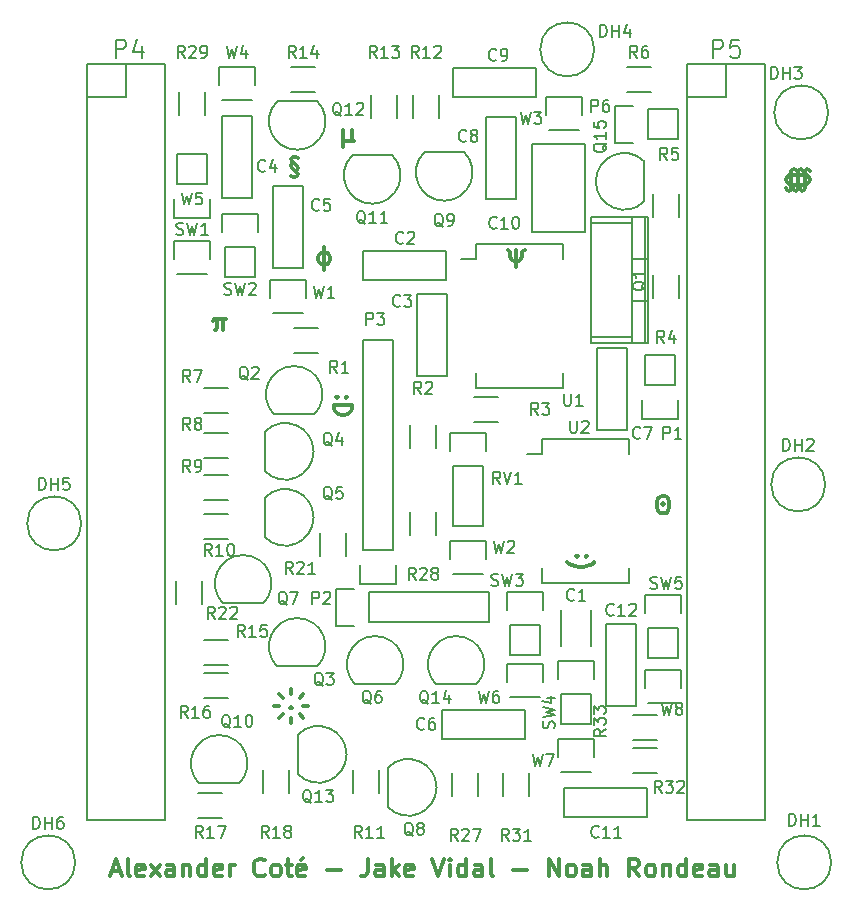
<source format=gbr>
G04 #@! TF.FileFunction,Legend,Top*
%FSLAX46Y46*%
G04 Gerber Fmt 4.6, Leading zero omitted, Abs format (unit mm)*
G04 Created by KiCad (PCBNEW 4.0.1-stable) date 2016-06-27 2:05:19 PM*
%MOMM*%
G01*
G04 APERTURE LIST*
%ADD10C,0.100000*%
%ADD11C,0.300000*%
%ADD12C,0.150000*%
%ADD13C,0.203200*%
G04 APERTURE END LIST*
D10*
D11*
X148606000Y-65845429D02*
X148677429Y-65988286D01*
X148820286Y-66059714D01*
X148963143Y-65988286D01*
X149034572Y-65845429D01*
X149034572Y-64416857D01*
X149106000Y-64274000D01*
X149248857Y-64202571D01*
X149391715Y-64274000D01*
X149463143Y-64416857D01*
X149177429Y-65845429D02*
X149248857Y-65988286D01*
X149391715Y-66059714D01*
X149534572Y-65988286D01*
X149606000Y-65845429D01*
X149606000Y-64416857D01*
X149677429Y-64274000D01*
X149820286Y-64202571D01*
X149963143Y-64274000D01*
X150034572Y-64416857D01*
X149748857Y-65845429D02*
X149820286Y-65988286D01*
X149963143Y-66059714D01*
X150106000Y-65988286D01*
X150177429Y-65845429D01*
X150177429Y-64416857D01*
X150248857Y-64274000D01*
X150391715Y-64202571D01*
X150534572Y-64274000D01*
X150606000Y-64416857D01*
X150177429Y-64702571D02*
X150391715Y-64774000D01*
X150534572Y-64916857D01*
X150606000Y-65131143D01*
X150534572Y-65345429D01*
X150391715Y-65488286D01*
X150177429Y-65559714D01*
X149034572Y-65559714D01*
X148820286Y-65488286D01*
X148677429Y-65345429D01*
X148606000Y-65131143D01*
X148677429Y-64916857D01*
X148820286Y-64774000D01*
X149034572Y-64702571D01*
X150177429Y-64702571D01*
X106680000Y-109755714D02*
X106751428Y-109827143D01*
X106680000Y-109898571D01*
X106608571Y-109827143D01*
X106680000Y-109755714D01*
X106680000Y-109898571D01*
X105680001Y-109692286D02*
X105251429Y-109692286D01*
X105965715Y-110406571D02*
X105680001Y-110692286D01*
X105965715Y-108978000D02*
X105680001Y-108692286D01*
X106680001Y-110692286D02*
X106680001Y-111120857D01*
X106680001Y-108692286D02*
X106680001Y-108263714D01*
X107394286Y-110406571D02*
X107680001Y-110692286D01*
X107394286Y-108978000D02*
X107680001Y-108692286D01*
X107680001Y-109692286D02*
X108108572Y-109692286D01*
X138033143Y-91888571D02*
X138318857Y-91888571D01*
X138461715Y-91960000D01*
X138604572Y-92102857D01*
X138676000Y-92388571D01*
X138676000Y-92888571D01*
X138604572Y-93174286D01*
X138461715Y-93317143D01*
X138318857Y-93388571D01*
X138033143Y-93388571D01*
X137890286Y-93317143D01*
X137747429Y-93174286D01*
X137676000Y-92888571D01*
X137676000Y-92388571D01*
X137747429Y-92102857D01*
X137890286Y-91960000D01*
X138033143Y-91888571D01*
X138176000Y-92531429D02*
X138104572Y-92602857D01*
X138176000Y-92674286D01*
X138247429Y-92602857D01*
X138176000Y-92531429D01*
X138176000Y-92674286D01*
X125730000Y-72560571D02*
X125730000Y-71060571D01*
X125015715Y-71060571D02*
X125158572Y-71132000D01*
X125230000Y-71274857D01*
X125230000Y-71632000D01*
X125301429Y-71846286D01*
X125372857Y-71917714D01*
X125515715Y-71989143D01*
X125944286Y-71989143D01*
X126087143Y-71917714D01*
X126158572Y-71846286D01*
X126230000Y-71632000D01*
X126230000Y-71274857D01*
X126301429Y-71132000D01*
X126444286Y-71060571D01*
X109474000Y-70806571D02*
X109474000Y-72806571D01*
X109331143Y-71306571D02*
X109616857Y-71306571D01*
X109759715Y-71378000D01*
X109902572Y-71520857D01*
X109974000Y-71663714D01*
X109974000Y-71949429D01*
X109902572Y-72092286D01*
X109759715Y-72235143D01*
X109616857Y-72306571D01*
X109331143Y-72306571D01*
X109188286Y-72235143D01*
X109045429Y-72092286D01*
X108974000Y-71949429D01*
X108974000Y-71663714D01*
X109045429Y-71520857D01*
X109188286Y-71378000D01*
X109331143Y-71306571D01*
X106648286Y-64829429D02*
X106791143Y-64900857D01*
X107005429Y-64900857D01*
X107148286Y-64829429D01*
X107219714Y-64686571D01*
X107148286Y-64543714D01*
X106719714Y-64115143D01*
X106648286Y-63972286D01*
X106648286Y-63900857D01*
X106719714Y-63758000D01*
X106862572Y-63686571D01*
X107219714Y-63258000D02*
X107076857Y-63186571D01*
X106862572Y-63186571D01*
X106719714Y-63258000D01*
X106648286Y-63400857D01*
X106719714Y-63543714D01*
X107148286Y-63972286D01*
X107219714Y-64115143D01*
X107219714Y-64186571D01*
X107148286Y-64329429D01*
X107005429Y-64400857D01*
X131599714Y-97028000D02*
X131671143Y-96956572D01*
X131742571Y-97028000D01*
X131671143Y-97099429D01*
X131599714Y-97028000D01*
X131742571Y-97028000D01*
X130814000Y-97028000D02*
X130885429Y-96956572D01*
X130956857Y-97028000D01*
X130885429Y-97099429D01*
X130814000Y-97028000D01*
X130956857Y-97028000D01*
X100905429Y-76894571D02*
X100905429Y-77894571D01*
X100405429Y-76894571D02*
X100405429Y-77680286D01*
X100334001Y-77823143D01*
X100191143Y-77894571D01*
X101191143Y-76894571D02*
X100262572Y-76894571D01*
X100119715Y-76966000D01*
X100048286Y-77108857D01*
X111077429Y-60892571D02*
X111077429Y-62392571D01*
X111791715Y-61678286D02*
X111863143Y-61821143D01*
X112006000Y-61892571D01*
X111077429Y-61678286D02*
X111148857Y-61821143D01*
X111291715Y-61892571D01*
X111577429Y-61892571D01*
X111720286Y-61821143D01*
X111791715Y-61678286D01*
X111791715Y-60892571D01*
X130068000Y-97504286D02*
X130139429Y-97575714D01*
X130353714Y-97718571D01*
X130496571Y-97790000D01*
X130710857Y-97861429D01*
X131068000Y-97932857D01*
X131353714Y-97932857D01*
X131710857Y-97861429D01*
X131925143Y-97790000D01*
X132068000Y-97718571D01*
X132282286Y-97575714D01*
X132353714Y-97504286D01*
X110319429Y-84189143D02*
X111819429Y-84189143D01*
X111819429Y-84546286D01*
X111748000Y-84760571D01*
X111605143Y-84903429D01*
X111462286Y-84974857D01*
X111176571Y-85046286D01*
X110962286Y-85046286D01*
X110676571Y-84974857D01*
X110533714Y-84903429D01*
X110390857Y-84760571D01*
X110319429Y-84546286D01*
X110319429Y-84189143D01*
X111279714Y-83566000D02*
X111351143Y-83494572D01*
X111422571Y-83566000D01*
X111351143Y-83637429D01*
X111279714Y-83566000D01*
X111422571Y-83566000D01*
X110494000Y-83566000D02*
X110565429Y-83494572D01*
X110636857Y-83566000D01*
X110565429Y-83637429D01*
X110494000Y-83566000D01*
X110636857Y-83566000D01*
X91498857Y-123694000D02*
X92213143Y-123694000D01*
X91356000Y-124122571D02*
X91856000Y-122622571D01*
X92356000Y-124122571D01*
X93070286Y-124122571D02*
X92927428Y-124051143D01*
X92856000Y-123908286D01*
X92856000Y-122622571D01*
X94213142Y-124051143D02*
X94070285Y-124122571D01*
X93784571Y-124122571D01*
X93641714Y-124051143D01*
X93570285Y-123908286D01*
X93570285Y-123336857D01*
X93641714Y-123194000D01*
X93784571Y-123122571D01*
X94070285Y-123122571D01*
X94213142Y-123194000D01*
X94284571Y-123336857D01*
X94284571Y-123479714D01*
X93570285Y-123622571D01*
X94784571Y-124122571D02*
X95570285Y-123122571D01*
X94784571Y-123122571D02*
X95570285Y-124122571D01*
X96784571Y-124122571D02*
X96784571Y-123336857D01*
X96713142Y-123194000D01*
X96570285Y-123122571D01*
X96284571Y-123122571D01*
X96141714Y-123194000D01*
X96784571Y-124051143D02*
X96641714Y-124122571D01*
X96284571Y-124122571D01*
X96141714Y-124051143D01*
X96070285Y-123908286D01*
X96070285Y-123765429D01*
X96141714Y-123622571D01*
X96284571Y-123551143D01*
X96641714Y-123551143D01*
X96784571Y-123479714D01*
X97498857Y-123122571D02*
X97498857Y-124122571D01*
X97498857Y-123265429D02*
X97570285Y-123194000D01*
X97713143Y-123122571D01*
X97927428Y-123122571D01*
X98070285Y-123194000D01*
X98141714Y-123336857D01*
X98141714Y-124122571D01*
X99498857Y-124122571D02*
X99498857Y-122622571D01*
X99498857Y-124051143D02*
X99356000Y-124122571D01*
X99070286Y-124122571D01*
X98927428Y-124051143D01*
X98856000Y-123979714D01*
X98784571Y-123836857D01*
X98784571Y-123408286D01*
X98856000Y-123265429D01*
X98927428Y-123194000D01*
X99070286Y-123122571D01*
X99356000Y-123122571D01*
X99498857Y-123194000D01*
X100784571Y-124051143D02*
X100641714Y-124122571D01*
X100356000Y-124122571D01*
X100213143Y-124051143D01*
X100141714Y-123908286D01*
X100141714Y-123336857D01*
X100213143Y-123194000D01*
X100356000Y-123122571D01*
X100641714Y-123122571D01*
X100784571Y-123194000D01*
X100856000Y-123336857D01*
X100856000Y-123479714D01*
X100141714Y-123622571D01*
X101498857Y-124122571D02*
X101498857Y-123122571D01*
X101498857Y-123408286D02*
X101570285Y-123265429D01*
X101641714Y-123194000D01*
X101784571Y-123122571D01*
X101927428Y-123122571D01*
X104427428Y-123979714D02*
X104355999Y-124051143D01*
X104141713Y-124122571D01*
X103998856Y-124122571D01*
X103784571Y-124051143D01*
X103641713Y-123908286D01*
X103570285Y-123765429D01*
X103498856Y-123479714D01*
X103498856Y-123265429D01*
X103570285Y-122979714D01*
X103641713Y-122836857D01*
X103784571Y-122694000D01*
X103998856Y-122622571D01*
X104141713Y-122622571D01*
X104355999Y-122694000D01*
X104427428Y-122765429D01*
X105284571Y-124122571D02*
X105141713Y-124051143D01*
X105070285Y-123979714D01*
X104998856Y-123836857D01*
X104998856Y-123408286D01*
X105070285Y-123265429D01*
X105141713Y-123194000D01*
X105284571Y-123122571D01*
X105498856Y-123122571D01*
X105641713Y-123194000D01*
X105713142Y-123265429D01*
X105784571Y-123408286D01*
X105784571Y-123836857D01*
X105713142Y-123979714D01*
X105641713Y-124051143D01*
X105498856Y-124122571D01*
X105284571Y-124122571D01*
X106213142Y-123122571D02*
X106784571Y-123122571D01*
X106427428Y-122622571D02*
X106427428Y-123908286D01*
X106498856Y-124051143D01*
X106641714Y-124122571D01*
X106784571Y-124122571D01*
X107855999Y-124051143D02*
X107713142Y-124122571D01*
X107427428Y-124122571D01*
X107284571Y-124051143D01*
X107213142Y-123908286D01*
X107213142Y-123336857D01*
X107284571Y-123194000D01*
X107427428Y-123122571D01*
X107713142Y-123122571D01*
X107855999Y-123194000D01*
X107927428Y-123336857D01*
X107927428Y-123479714D01*
X107213142Y-123622571D01*
X107713142Y-122551143D02*
X107498857Y-122765429D01*
X109713142Y-123551143D02*
X110855999Y-123551143D01*
X113141713Y-122622571D02*
X113141713Y-123694000D01*
X113070285Y-123908286D01*
X112927428Y-124051143D01*
X112713142Y-124122571D01*
X112570285Y-124122571D01*
X114498856Y-124122571D02*
X114498856Y-123336857D01*
X114427427Y-123194000D01*
X114284570Y-123122571D01*
X113998856Y-123122571D01*
X113855999Y-123194000D01*
X114498856Y-124051143D02*
X114355999Y-124122571D01*
X113998856Y-124122571D01*
X113855999Y-124051143D01*
X113784570Y-123908286D01*
X113784570Y-123765429D01*
X113855999Y-123622571D01*
X113998856Y-123551143D01*
X114355999Y-123551143D01*
X114498856Y-123479714D01*
X115213142Y-124122571D02*
X115213142Y-122622571D01*
X115355999Y-123551143D02*
X115784570Y-124122571D01*
X115784570Y-123122571D02*
X115213142Y-123694000D01*
X116998856Y-124051143D02*
X116855999Y-124122571D01*
X116570285Y-124122571D01*
X116427428Y-124051143D01*
X116355999Y-123908286D01*
X116355999Y-123336857D01*
X116427428Y-123194000D01*
X116570285Y-123122571D01*
X116855999Y-123122571D01*
X116998856Y-123194000D01*
X117070285Y-123336857D01*
X117070285Y-123479714D01*
X116355999Y-123622571D01*
X118641713Y-122622571D02*
X119141713Y-124122571D01*
X119641713Y-122622571D01*
X120141713Y-124122571D02*
X120141713Y-123122571D01*
X120141713Y-122622571D02*
X120070284Y-122694000D01*
X120141713Y-122765429D01*
X120213141Y-122694000D01*
X120141713Y-122622571D01*
X120141713Y-122765429D01*
X121498856Y-124122571D02*
X121498856Y-122622571D01*
X121498856Y-124051143D02*
X121355999Y-124122571D01*
X121070285Y-124122571D01*
X120927427Y-124051143D01*
X120855999Y-123979714D01*
X120784570Y-123836857D01*
X120784570Y-123408286D01*
X120855999Y-123265429D01*
X120927427Y-123194000D01*
X121070285Y-123122571D01*
X121355999Y-123122571D01*
X121498856Y-123194000D01*
X122855999Y-124122571D02*
X122855999Y-123336857D01*
X122784570Y-123194000D01*
X122641713Y-123122571D01*
X122355999Y-123122571D01*
X122213142Y-123194000D01*
X122855999Y-124051143D02*
X122713142Y-124122571D01*
X122355999Y-124122571D01*
X122213142Y-124051143D01*
X122141713Y-123908286D01*
X122141713Y-123765429D01*
X122213142Y-123622571D01*
X122355999Y-123551143D01*
X122713142Y-123551143D01*
X122855999Y-123479714D01*
X123784571Y-124122571D02*
X123641713Y-124051143D01*
X123570285Y-123908286D01*
X123570285Y-122622571D01*
X125498856Y-123551143D02*
X126641713Y-123551143D01*
X128498856Y-124122571D02*
X128498856Y-122622571D01*
X129355999Y-124122571D01*
X129355999Y-122622571D01*
X130284571Y-124122571D02*
X130141713Y-124051143D01*
X130070285Y-123979714D01*
X129998856Y-123836857D01*
X129998856Y-123408286D01*
X130070285Y-123265429D01*
X130141713Y-123194000D01*
X130284571Y-123122571D01*
X130498856Y-123122571D01*
X130641713Y-123194000D01*
X130713142Y-123265429D01*
X130784571Y-123408286D01*
X130784571Y-123836857D01*
X130713142Y-123979714D01*
X130641713Y-124051143D01*
X130498856Y-124122571D01*
X130284571Y-124122571D01*
X132070285Y-124122571D02*
X132070285Y-123336857D01*
X131998856Y-123194000D01*
X131855999Y-123122571D01*
X131570285Y-123122571D01*
X131427428Y-123194000D01*
X132070285Y-124051143D02*
X131927428Y-124122571D01*
X131570285Y-124122571D01*
X131427428Y-124051143D01*
X131355999Y-123908286D01*
X131355999Y-123765429D01*
X131427428Y-123622571D01*
X131570285Y-123551143D01*
X131927428Y-123551143D01*
X132070285Y-123479714D01*
X132784571Y-124122571D02*
X132784571Y-122622571D01*
X133427428Y-124122571D02*
X133427428Y-123336857D01*
X133355999Y-123194000D01*
X133213142Y-123122571D01*
X132998857Y-123122571D01*
X132855999Y-123194000D01*
X132784571Y-123265429D01*
X136141714Y-124122571D02*
X135641714Y-123408286D01*
X135284571Y-124122571D02*
X135284571Y-122622571D01*
X135855999Y-122622571D01*
X135998857Y-122694000D01*
X136070285Y-122765429D01*
X136141714Y-122908286D01*
X136141714Y-123122571D01*
X136070285Y-123265429D01*
X135998857Y-123336857D01*
X135855999Y-123408286D01*
X135284571Y-123408286D01*
X136998857Y-124122571D02*
X136855999Y-124051143D01*
X136784571Y-123979714D01*
X136713142Y-123836857D01*
X136713142Y-123408286D01*
X136784571Y-123265429D01*
X136855999Y-123194000D01*
X136998857Y-123122571D01*
X137213142Y-123122571D01*
X137355999Y-123194000D01*
X137427428Y-123265429D01*
X137498857Y-123408286D01*
X137498857Y-123836857D01*
X137427428Y-123979714D01*
X137355999Y-124051143D01*
X137213142Y-124122571D01*
X136998857Y-124122571D01*
X138141714Y-123122571D02*
X138141714Y-124122571D01*
X138141714Y-123265429D02*
X138213142Y-123194000D01*
X138356000Y-123122571D01*
X138570285Y-123122571D01*
X138713142Y-123194000D01*
X138784571Y-123336857D01*
X138784571Y-124122571D01*
X140141714Y-124122571D02*
X140141714Y-122622571D01*
X140141714Y-124051143D02*
X139998857Y-124122571D01*
X139713143Y-124122571D01*
X139570285Y-124051143D01*
X139498857Y-123979714D01*
X139427428Y-123836857D01*
X139427428Y-123408286D01*
X139498857Y-123265429D01*
X139570285Y-123194000D01*
X139713143Y-123122571D01*
X139998857Y-123122571D01*
X140141714Y-123194000D01*
X141427428Y-124051143D02*
X141284571Y-124122571D01*
X140998857Y-124122571D01*
X140856000Y-124051143D01*
X140784571Y-123908286D01*
X140784571Y-123336857D01*
X140856000Y-123194000D01*
X140998857Y-123122571D01*
X141284571Y-123122571D01*
X141427428Y-123194000D01*
X141498857Y-123336857D01*
X141498857Y-123479714D01*
X140784571Y-123622571D01*
X142784571Y-124122571D02*
X142784571Y-123336857D01*
X142713142Y-123194000D01*
X142570285Y-123122571D01*
X142284571Y-123122571D01*
X142141714Y-123194000D01*
X142784571Y-124051143D02*
X142641714Y-124122571D01*
X142284571Y-124122571D01*
X142141714Y-124051143D01*
X142070285Y-123908286D01*
X142070285Y-123765429D01*
X142141714Y-123622571D01*
X142284571Y-123551143D01*
X142641714Y-123551143D01*
X142784571Y-123479714D01*
X144141714Y-123122571D02*
X144141714Y-124122571D01*
X143498857Y-123122571D02*
X143498857Y-123908286D01*
X143570285Y-124051143D01*
X143713143Y-124122571D01*
X143927428Y-124122571D01*
X144070285Y-124051143D01*
X144141714Y-123979714D01*
D12*
X152146000Y-59436000D02*
G75*
G03X152146000Y-59436000I-2286000J0D01*
G01*
X88392000Y-122936000D02*
G75*
G03X88392000Y-122936000I-2286000J0D01*
G01*
X152400000Y-122936000D02*
G75*
G03X152400000Y-122936000I-2286000J0D01*
G01*
X132334000Y-54102000D02*
G75*
G03X132334000Y-54102000I-2286000J0D01*
G01*
X88900000Y-94234000D02*
G75*
G03X88900000Y-94234000I-2286000J0D01*
G01*
X140208000Y-58166000D02*
X143510000Y-58166000D01*
X143510000Y-58166000D02*
X143510000Y-55372000D01*
X140208000Y-55372000D02*
X140208000Y-119380000D01*
X140208000Y-119380000D02*
X146812000Y-119380000D01*
X146812000Y-119380000D02*
X146812000Y-55372000D01*
X146812000Y-55372000D02*
X140208000Y-55372000D01*
X132060000Y-101604000D02*
X132060000Y-104604000D01*
X129560000Y-104604000D02*
X129560000Y-101604000D01*
X112792000Y-71140000D02*
X119792000Y-71140000D01*
X119792000Y-71140000D02*
X119792000Y-73640000D01*
X119792000Y-73640000D02*
X112792000Y-73640000D01*
X112792000Y-73640000D02*
X112792000Y-71140000D01*
X117368000Y-81772000D02*
X117368000Y-74772000D01*
X117368000Y-74772000D02*
X119868000Y-74772000D01*
X119868000Y-74772000D02*
X119868000Y-81772000D01*
X119868000Y-81772000D02*
X117368000Y-81772000D01*
X103358000Y-59706000D02*
X103358000Y-66706000D01*
X103358000Y-66706000D02*
X100858000Y-66706000D01*
X100858000Y-66706000D02*
X100858000Y-59706000D01*
X100858000Y-59706000D02*
X103358000Y-59706000D01*
X105176000Y-72628000D02*
X105176000Y-65628000D01*
X105176000Y-65628000D02*
X107676000Y-65628000D01*
X107676000Y-65628000D02*
X107676000Y-72628000D01*
X107676000Y-72628000D02*
X105176000Y-72628000D01*
X126476000Y-112502000D02*
X119476000Y-112502000D01*
X119476000Y-112502000D02*
X119476000Y-110002000D01*
X119476000Y-110002000D02*
X126476000Y-110002000D01*
X126476000Y-110002000D02*
X126476000Y-112502000D01*
X132608000Y-86344000D02*
X132608000Y-79344000D01*
X132608000Y-79344000D02*
X135108000Y-79344000D01*
X135108000Y-79344000D02*
X135108000Y-86344000D01*
X135108000Y-86344000D02*
X132608000Y-86344000D01*
X123210000Y-66786000D02*
X123210000Y-59786000D01*
X123210000Y-59786000D02*
X125710000Y-59786000D01*
X125710000Y-59786000D02*
X125710000Y-66786000D01*
X125710000Y-66786000D02*
X123210000Y-66786000D01*
X120412000Y-55646000D02*
X127412000Y-55646000D01*
X127412000Y-55646000D02*
X127412000Y-58146000D01*
X127412000Y-58146000D02*
X120412000Y-58146000D01*
X120412000Y-58146000D02*
X120412000Y-55646000D01*
X127036000Y-69576000D02*
X127036000Y-62076000D01*
X127036000Y-62076000D02*
X131536000Y-62076000D01*
X131536000Y-62076000D02*
X131536000Y-69576000D01*
X131536000Y-69576000D02*
X127036000Y-69576000D01*
X129810000Y-116606000D02*
X136810000Y-116606000D01*
X136810000Y-116606000D02*
X136810000Y-119106000D01*
X136810000Y-119106000D02*
X129810000Y-119106000D01*
X129810000Y-119106000D02*
X129810000Y-116606000D01*
X133370000Y-109712000D02*
X133370000Y-102712000D01*
X133370000Y-102712000D02*
X135870000Y-102712000D01*
X135870000Y-102712000D02*
X135870000Y-109712000D01*
X135870000Y-109712000D02*
X133370000Y-109712000D01*
X136652000Y-82550000D02*
X136652000Y-80010000D01*
X136372000Y-85370000D02*
X136372000Y-83820000D01*
X136652000Y-82550000D02*
X139192000Y-82550000D01*
X139472000Y-83820000D02*
X139472000Y-85370000D01*
X139472000Y-85370000D02*
X136372000Y-85370000D01*
X139192000Y-82550000D02*
X139192000Y-80010000D01*
X139192000Y-80010000D02*
X136652000Y-80010000D01*
X112014000Y-102896000D02*
X110464000Y-102896000D01*
X110464000Y-102896000D02*
X110464000Y-99796000D01*
X110464000Y-99796000D02*
X112014000Y-99796000D01*
X113284000Y-100076000D02*
X123444000Y-100076000D01*
X123444000Y-100076000D02*
X123444000Y-102616000D01*
X123444000Y-102616000D02*
X113284000Y-102616000D01*
X113284000Y-100076000D02*
X113284000Y-102616000D01*
X112776000Y-96520000D02*
X112776000Y-78740000D01*
X112776000Y-78740000D02*
X115316000Y-78740000D01*
X115316000Y-78740000D02*
X115316000Y-96520000D01*
X112496000Y-99340000D02*
X112496000Y-97790000D01*
X112776000Y-96520000D02*
X115316000Y-96520000D01*
X115596000Y-97790000D02*
X115596000Y-99340000D01*
X115596000Y-99340000D02*
X112496000Y-99340000D01*
X136906000Y-59182000D02*
X139446000Y-59182000D01*
X134086000Y-58902000D02*
X135636000Y-58902000D01*
X136906000Y-59182000D02*
X136906000Y-61722000D01*
X135636000Y-62002000D02*
X134086000Y-62002000D01*
X134086000Y-62002000D02*
X134086000Y-58902000D01*
X136906000Y-61722000D02*
X139446000Y-61722000D01*
X139446000Y-61722000D02*
X139446000Y-59182000D01*
X135509000Y-78486000D02*
X132080000Y-78486000D01*
X135509000Y-68834000D02*
X132080000Y-68834000D01*
X136652000Y-78994000D02*
X136652000Y-68326000D01*
X135636000Y-75438000D02*
X136906000Y-75438000D01*
X135636000Y-71882000D02*
X136906000Y-71882000D01*
X135509000Y-68326000D02*
X135509000Y-78994000D01*
X132080000Y-78994000D02*
X132080000Y-68326000D01*
X136906000Y-68326000D02*
X132080000Y-68326000D01*
X136906000Y-78994000D02*
X132080000Y-78994000D01*
X136906000Y-78994000D02*
X136906000Y-68326000D01*
X105234000Y-85012000D02*
X108634000Y-85012000D01*
X105236944Y-85009056D02*
G75*
G02X106934000Y-80912000I1697056J1697056D01*
G01*
X108631056Y-85009056D02*
G75*
G03X106934000Y-80912000I-1697056J1697056D01*
G01*
X105488000Y-106348000D02*
X108888000Y-106348000D01*
X105490944Y-106345056D02*
G75*
G02X107188000Y-102248000I1697056J1697056D01*
G01*
X108885056Y-106345056D02*
G75*
G03X107188000Y-102248000I-1697056J1697056D01*
G01*
X104472000Y-86438000D02*
X104472000Y-89838000D01*
X104474944Y-86440944D02*
G75*
G02X108572000Y-88138000I1697056J-1697056D01*
G01*
X104474944Y-89835056D02*
G75*
G03X108572000Y-88138000I1697056J1697056D01*
G01*
X104472000Y-92026000D02*
X104472000Y-95426000D01*
X104474944Y-92028944D02*
G75*
G02X108572000Y-93726000I1697056J-1697056D01*
G01*
X104474944Y-95423056D02*
G75*
G03X108572000Y-93726000I1697056J1697056D01*
G01*
X112092000Y-107872000D02*
X115492000Y-107872000D01*
X112094944Y-107869056D02*
G75*
G02X113792000Y-103772000I1697056J1697056D01*
G01*
X115489056Y-107869056D02*
G75*
G03X113792000Y-103772000I-1697056J1697056D01*
G01*
X100916000Y-101014000D02*
X104316000Y-101014000D01*
X100918944Y-101011056D02*
G75*
G02X102616000Y-96914000I1697056J1697056D01*
G01*
X104313056Y-101011056D02*
G75*
G03X102616000Y-96914000I-1697056J1697056D01*
G01*
X114886000Y-114886000D02*
X114886000Y-118286000D01*
X114888944Y-114888944D02*
G75*
G02X118986000Y-116586000I1697056J-1697056D01*
G01*
X114888944Y-118283056D02*
G75*
G03X118986000Y-116586000I1697056J1697056D01*
G01*
X121334000Y-62816000D02*
X117934000Y-62816000D01*
X121331056Y-62818944D02*
G75*
G02X119634000Y-66916000I-1697056J-1697056D01*
G01*
X117936944Y-62818944D02*
G75*
G03X119634000Y-66916000I1697056J-1697056D01*
G01*
X98884000Y-116254000D02*
X102284000Y-116254000D01*
X98886944Y-116251056D02*
G75*
G02X100584000Y-112154000I1697056J1697056D01*
G01*
X102281056Y-116251056D02*
G75*
G03X100584000Y-112154000I-1697056J1697056D01*
G01*
X115238000Y-63070000D02*
X111838000Y-63070000D01*
X115235056Y-63072944D02*
G75*
G02X113538000Y-67170000I-1697056J-1697056D01*
G01*
X111840944Y-63072944D02*
G75*
G03X113538000Y-67170000I1697056J-1697056D01*
G01*
X108888000Y-58498000D02*
X105488000Y-58498000D01*
X108885056Y-58500944D02*
G75*
G02X107188000Y-62598000I-1697056J-1697056D01*
G01*
X105490944Y-58500944D02*
G75*
G03X107188000Y-62598000I1697056J-1697056D01*
G01*
X107266000Y-112092000D02*
X107266000Y-115492000D01*
X107268944Y-112094944D02*
G75*
G02X111366000Y-113792000I1697056J-1697056D01*
G01*
X107268944Y-115489056D02*
G75*
G03X111366000Y-113792000I1697056J1697056D01*
G01*
X118950000Y-107872000D02*
X122350000Y-107872000D01*
X118952944Y-107869056D02*
G75*
G02X120650000Y-103772000I1697056J1697056D01*
G01*
X122347056Y-107869056D02*
G75*
G03X120650000Y-103772000I-1697056J1697056D01*
G01*
X136574000Y-66978000D02*
X136574000Y-63578000D01*
X136571056Y-66975056D02*
G75*
G02X132474000Y-65278000I-1697056J1697056D01*
G01*
X136571056Y-63580944D02*
G75*
G03X132474000Y-65278000I-1697056J-1697056D01*
G01*
X122309000Y-70603000D02*
X122309000Y-71873000D01*
X129659000Y-70603000D02*
X129659000Y-71873000D01*
X129659000Y-82813000D02*
X129659000Y-81543000D01*
X122309000Y-82813000D02*
X122309000Y-81543000D01*
X122309000Y-70603000D02*
X129659000Y-70603000D01*
X122309000Y-82813000D02*
X129659000Y-82813000D01*
X122309000Y-71873000D02*
X121024000Y-71873000D01*
X127897000Y-87113000D02*
X127897000Y-88383000D01*
X135247000Y-87113000D02*
X135247000Y-88383000D01*
X135247000Y-99323000D02*
X135247000Y-98053000D01*
X127897000Y-99323000D02*
X127897000Y-98053000D01*
X127897000Y-87113000D02*
X135247000Y-87113000D01*
X127897000Y-99323000D02*
X135247000Y-99323000D01*
X127897000Y-88383000D02*
X126612000Y-88383000D01*
X107976000Y-73634000D02*
X107976000Y-75184000D01*
X104876000Y-75184000D02*
X104876000Y-73634000D01*
X104876000Y-73634000D02*
X107976000Y-73634000D01*
X105156000Y-76454000D02*
X107696000Y-76454000D01*
X123216000Y-95732000D02*
X123216000Y-97282000D01*
X120116000Y-97282000D02*
X120116000Y-95732000D01*
X120116000Y-95732000D02*
X123216000Y-95732000D01*
X120396000Y-98552000D02*
X122936000Y-98552000D01*
X131344000Y-58140000D02*
X131344000Y-59690000D01*
X128244000Y-59690000D02*
X128244000Y-58140000D01*
X128244000Y-58140000D02*
X131344000Y-58140000D01*
X128524000Y-60960000D02*
X131064000Y-60960000D01*
X103658000Y-55600000D02*
X103658000Y-57150000D01*
X100558000Y-57150000D02*
X100558000Y-55600000D01*
X100558000Y-55600000D02*
X103658000Y-55600000D01*
X100838000Y-58420000D02*
X103378000Y-58420000D01*
X99848000Y-70332000D02*
X99848000Y-71882000D01*
X96748000Y-71882000D02*
X96748000Y-70332000D01*
X96748000Y-70332000D02*
X99848000Y-70332000D01*
X97028000Y-73152000D02*
X99568000Y-73152000D01*
X128042000Y-106146000D02*
X128042000Y-107696000D01*
X124942000Y-107696000D02*
X124942000Y-106146000D01*
X124942000Y-106146000D02*
X128042000Y-106146000D01*
X125222000Y-108966000D02*
X127762000Y-108966000D01*
X132360000Y-112496000D02*
X132360000Y-114046000D01*
X129260000Y-114046000D02*
X129260000Y-112496000D01*
X129260000Y-112496000D02*
X132360000Y-112496000D01*
X129540000Y-115316000D02*
X132080000Y-115316000D01*
X139726000Y-106654000D02*
X139726000Y-108204000D01*
X136626000Y-108204000D02*
X136626000Y-106654000D01*
X136626000Y-106654000D02*
X139726000Y-106654000D01*
X136906000Y-109474000D02*
X139446000Y-109474000D01*
X97028000Y-65532000D02*
X97028000Y-62992000D01*
X96748000Y-68352000D02*
X96748000Y-66802000D01*
X97028000Y-65532000D02*
X99568000Y-65532000D01*
X99848000Y-66802000D02*
X99848000Y-68352000D01*
X99848000Y-68352000D02*
X96748000Y-68352000D01*
X99568000Y-65532000D02*
X99568000Y-62992000D01*
X99568000Y-62992000D02*
X97028000Y-62992000D01*
X103632000Y-70866000D02*
X103632000Y-73406000D01*
X103912000Y-68046000D02*
X103912000Y-69596000D01*
X103632000Y-70866000D02*
X101092000Y-70866000D01*
X100812000Y-69596000D02*
X100812000Y-68046000D01*
X100812000Y-68046000D02*
X103912000Y-68046000D01*
X101092000Y-70866000D02*
X101092000Y-73406000D01*
X101092000Y-73406000D02*
X103632000Y-73406000D01*
X127762000Y-102870000D02*
X127762000Y-105410000D01*
X128042000Y-100050000D02*
X128042000Y-101600000D01*
X127762000Y-102870000D02*
X125222000Y-102870000D01*
X124942000Y-101600000D02*
X124942000Y-100050000D01*
X124942000Y-100050000D02*
X128042000Y-100050000D01*
X125222000Y-102870000D02*
X125222000Y-105410000D01*
X125222000Y-105410000D02*
X127762000Y-105410000D01*
X132080000Y-108712000D02*
X132080000Y-111252000D01*
X132360000Y-105892000D02*
X132360000Y-107442000D01*
X132080000Y-108712000D02*
X129540000Y-108712000D01*
X129260000Y-107442000D02*
X129260000Y-105892000D01*
X129260000Y-105892000D02*
X132360000Y-105892000D01*
X129540000Y-108712000D02*
X129540000Y-111252000D01*
X129540000Y-111252000D02*
X132080000Y-111252000D01*
X139446000Y-103124000D02*
X139446000Y-105664000D01*
X139726000Y-100304000D02*
X139726000Y-101854000D01*
X139446000Y-103124000D02*
X136906000Y-103124000D01*
X136626000Y-101854000D02*
X136626000Y-100304000D01*
X136626000Y-100304000D02*
X139726000Y-100304000D01*
X136906000Y-103124000D02*
X136906000Y-105664000D01*
X136906000Y-105664000D02*
X139446000Y-105664000D01*
X89408000Y-58166000D02*
X92710000Y-58166000D01*
X92710000Y-58166000D02*
X92710000Y-55372000D01*
X89408000Y-55372000D02*
X89408000Y-119380000D01*
X89408000Y-119380000D02*
X96012000Y-119380000D01*
X96012000Y-119380000D02*
X96012000Y-55372000D01*
X96012000Y-55372000D02*
X89408000Y-55372000D01*
X106950000Y-77665000D02*
X108950000Y-77665000D01*
X108950000Y-79815000D02*
X106950000Y-79815000D01*
X116781000Y-87868000D02*
X116781000Y-85868000D01*
X118931000Y-85868000D02*
X118931000Y-87868000D01*
X124190000Y-85657000D02*
X122190000Y-85657000D01*
X122190000Y-83507000D02*
X124190000Y-83507000D01*
X137355000Y-75168000D02*
X137355000Y-73168000D01*
X139505000Y-73168000D02*
X139505000Y-75168000D01*
X137355000Y-68310000D02*
X137355000Y-66310000D01*
X139505000Y-66310000D02*
X139505000Y-68310000D01*
X137144000Y-57717000D02*
X135144000Y-57717000D01*
X135144000Y-55567000D02*
X137144000Y-55567000D01*
X99330000Y-82745000D02*
X101330000Y-82745000D01*
X101330000Y-84895000D02*
X99330000Y-84895000D01*
X99330000Y-86555000D02*
X101330000Y-86555000D01*
X101330000Y-88705000D02*
X99330000Y-88705000D01*
X99330000Y-90111000D02*
X101330000Y-90111000D01*
X101330000Y-92261000D02*
X99330000Y-92261000D01*
X99330000Y-93413000D02*
X101330000Y-93413000D01*
X101330000Y-95563000D02*
X99330000Y-95563000D01*
X111955000Y-117078000D02*
X111955000Y-115078000D01*
X114105000Y-115078000D02*
X114105000Y-117078000D01*
X119185000Y-57928000D02*
X119185000Y-59928000D01*
X117035000Y-59928000D02*
X117035000Y-57928000D01*
X115629000Y-57928000D02*
X115629000Y-59928000D01*
X113479000Y-59928000D02*
X113479000Y-57928000D01*
X106696000Y-55567000D02*
X108696000Y-55567000D01*
X108696000Y-57717000D02*
X106696000Y-57717000D01*
X99330000Y-104081000D02*
X101330000Y-104081000D01*
X101330000Y-106231000D02*
X99330000Y-106231000D01*
X99330000Y-106875000D02*
X101330000Y-106875000D01*
X101330000Y-109025000D02*
X99330000Y-109025000D01*
X98822000Y-117035000D02*
X100822000Y-117035000D01*
X100822000Y-119185000D02*
X98822000Y-119185000D01*
X104335000Y-117078000D02*
X104335000Y-115078000D01*
X106485000Y-115078000D02*
X106485000Y-117078000D01*
X111311000Y-95012000D02*
X111311000Y-97012000D01*
X109161000Y-97012000D02*
X109161000Y-95012000D01*
X99119000Y-99076000D02*
X99119000Y-101076000D01*
X96969000Y-101076000D02*
X96969000Y-99076000D01*
X120337000Y-117332000D02*
X120337000Y-115332000D01*
X122487000Y-115332000D02*
X122487000Y-117332000D01*
X116781000Y-95234000D02*
X116781000Y-93234000D01*
X118931000Y-93234000D02*
X118931000Y-95234000D01*
X99373000Y-57674000D02*
X99373000Y-59674000D01*
X97223000Y-59674000D02*
X97223000Y-57674000D01*
X124655000Y-117332000D02*
X124655000Y-115332000D01*
X126805000Y-115332000D02*
X126805000Y-117332000D01*
X135652000Y-113225000D02*
X137652000Y-113225000D01*
X137652000Y-115375000D02*
X135652000Y-115375000D01*
X137652000Y-112581000D02*
X135652000Y-112581000D01*
X135652000Y-110431000D02*
X137652000Y-110431000D01*
X120396000Y-89408000D02*
X120396000Y-94488000D01*
X120396000Y-94488000D02*
X122936000Y-94488000D01*
X122936000Y-94488000D02*
X122936000Y-89408000D01*
X123216000Y-86588000D02*
X123216000Y-88138000D01*
X122936000Y-89408000D02*
X120396000Y-89408000D01*
X120116000Y-88138000D02*
X120116000Y-86588000D01*
X120116000Y-86588000D02*
X123216000Y-86588000D01*
X151892000Y-90932000D02*
G75*
G03X151892000Y-90932000I-2286000J0D01*
G01*
X147328095Y-56586381D02*
X147328095Y-55586381D01*
X147566190Y-55586381D01*
X147709048Y-55634000D01*
X147804286Y-55729238D01*
X147851905Y-55824476D01*
X147899524Y-56014952D01*
X147899524Y-56157810D01*
X147851905Y-56348286D01*
X147804286Y-56443524D01*
X147709048Y-56538762D01*
X147566190Y-56586381D01*
X147328095Y-56586381D01*
X148328095Y-56586381D02*
X148328095Y-55586381D01*
X148328095Y-56062571D02*
X148899524Y-56062571D01*
X148899524Y-56586381D02*
X148899524Y-55586381D01*
X149280476Y-55586381D02*
X149899524Y-55586381D01*
X149566190Y-55967333D01*
X149709048Y-55967333D01*
X149804286Y-56014952D01*
X149851905Y-56062571D01*
X149899524Y-56157810D01*
X149899524Y-56395905D01*
X149851905Y-56491143D01*
X149804286Y-56538762D01*
X149709048Y-56586381D01*
X149423333Y-56586381D01*
X149328095Y-56538762D01*
X149280476Y-56491143D01*
X84844095Y-120086381D02*
X84844095Y-119086381D01*
X85082190Y-119086381D01*
X85225048Y-119134000D01*
X85320286Y-119229238D01*
X85367905Y-119324476D01*
X85415524Y-119514952D01*
X85415524Y-119657810D01*
X85367905Y-119848286D01*
X85320286Y-119943524D01*
X85225048Y-120038762D01*
X85082190Y-120086381D01*
X84844095Y-120086381D01*
X85844095Y-120086381D02*
X85844095Y-119086381D01*
X85844095Y-119562571D02*
X86415524Y-119562571D01*
X86415524Y-120086381D02*
X86415524Y-119086381D01*
X87320286Y-119086381D02*
X87129809Y-119086381D01*
X87034571Y-119134000D01*
X86986952Y-119181619D01*
X86891714Y-119324476D01*
X86844095Y-119514952D01*
X86844095Y-119895905D01*
X86891714Y-119991143D01*
X86939333Y-120038762D01*
X87034571Y-120086381D01*
X87225048Y-120086381D01*
X87320286Y-120038762D01*
X87367905Y-119991143D01*
X87415524Y-119895905D01*
X87415524Y-119657810D01*
X87367905Y-119562571D01*
X87320286Y-119514952D01*
X87225048Y-119467333D01*
X87034571Y-119467333D01*
X86939333Y-119514952D01*
X86891714Y-119562571D01*
X86844095Y-119657810D01*
X148852095Y-119832381D02*
X148852095Y-118832381D01*
X149090190Y-118832381D01*
X149233048Y-118880000D01*
X149328286Y-118975238D01*
X149375905Y-119070476D01*
X149423524Y-119260952D01*
X149423524Y-119403810D01*
X149375905Y-119594286D01*
X149328286Y-119689524D01*
X149233048Y-119784762D01*
X149090190Y-119832381D01*
X148852095Y-119832381D01*
X149852095Y-119832381D02*
X149852095Y-118832381D01*
X149852095Y-119308571D02*
X150423524Y-119308571D01*
X150423524Y-119832381D02*
X150423524Y-118832381D01*
X151423524Y-119832381D02*
X150852095Y-119832381D01*
X151137809Y-119832381D02*
X151137809Y-118832381D01*
X151042571Y-118975238D01*
X150947333Y-119070476D01*
X150852095Y-119118095D01*
X132850095Y-53030381D02*
X132850095Y-52030381D01*
X133088190Y-52030381D01*
X133231048Y-52078000D01*
X133326286Y-52173238D01*
X133373905Y-52268476D01*
X133421524Y-52458952D01*
X133421524Y-52601810D01*
X133373905Y-52792286D01*
X133326286Y-52887524D01*
X133231048Y-52982762D01*
X133088190Y-53030381D01*
X132850095Y-53030381D01*
X133850095Y-53030381D02*
X133850095Y-52030381D01*
X133850095Y-52506571D02*
X134421524Y-52506571D01*
X134421524Y-53030381D02*
X134421524Y-52030381D01*
X135326286Y-52363714D02*
X135326286Y-53030381D01*
X135088190Y-51982762D02*
X134850095Y-52697048D01*
X135469143Y-52697048D01*
X85352095Y-91384381D02*
X85352095Y-90384381D01*
X85590190Y-90384381D01*
X85733048Y-90432000D01*
X85828286Y-90527238D01*
X85875905Y-90622476D01*
X85923524Y-90812952D01*
X85923524Y-90955810D01*
X85875905Y-91146286D01*
X85828286Y-91241524D01*
X85733048Y-91336762D01*
X85590190Y-91384381D01*
X85352095Y-91384381D01*
X86352095Y-91384381D02*
X86352095Y-90384381D01*
X86352095Y-90860571D02*
X86923524Y-90860571D01*
X86923524Y-91384381D02*
X86923524Y-90384381D01*
X87875905Y-90384381D02*
X87399714Y-90384381D01*
X87352095Y-90860571D01*
X87399714Y-90812952D01*
X87494952Y-90765333D01*
X87733048Y-90765333D01*
X87828286Y-90812952D01*
X87875905Y-90860571D01*
X87923524Y-90955810D01*
X87923524Y-91193905D01*
X87875905Y-91289143D01*
X87828286Y-91336762D01*
X87733048Y-91384381D01*
X87494952Y-91384381D01*
X87399714Y-91336762D01*
X87352095Y-91289143D01*
D13*
X142385143Y-54791429D02*
X142385143Y-53267429D01*
X142965715Y-53267429D01*
X143110857Y-53340000D01*
X143183429Y-53412571D01*
X143256000Y-53557714D01*
X143256000Y-53775429D01*
X143183429Y-53920571D01*
X143110857Y-53993143D01*
X142965715Y-54065714D01*
X142385143Y-54065714D01*
X144634857Y-53267429D02*
X143909143Y-53267429D01*
X143836572Y-53993143D01*
X143909143Y-53920571D01*
X144054286Y-53848000D01*
X144417143Y-53848000D01*
X144562286Y-53920571D01*
X144634857Y-53993143D01*
X144707429Y-54138286D01*
X144707429Y-54501143D01*
X144634857Y-54646286D01*
X144562286Y-54718857D01*
X144417143Y-54791429D01*
X144054286Y-54791429D01*
X143909143Y-54718857D01*
X143836572Y-54646286D01*
D12*
X130643334Y-100687143D02*
X130595715Y-100734762D01*
X130452858Y-100782381D01*
X130357620Y-100782381D01*
X130214762Y-100734762D01*
X130119524Y-100639524D01*
X130071905Y-100544286D01*
X130024286Y-100353810D01*
X130024286Y-100210952D01*
X130071905Y-100020476D01*
X130119524Y-99925238D01*
X130214762Y-99830000D01*
X130357620Y-99782381D01*
X130452858Y-99782381D01*
X130595715Y-99830000D01*
X130643334Y-99877619D01*
X131595715Y-100782381D02*
X131024286Y-100782381D01*
X131310000Y-100782381D02*
X131310000Y-99782381D01*
X131214762Y-99925238D01*
X131119524Y-100020476D01*
X131024286Y-100068095D01*
X116165334Y-70461143D02*
X116117715Y-70508762D01*
X115974858Y-70556381D01*
X115879620Y-70556381D01*
X115736762Y-70508762D01*
X115641524Y-70413524D01*
X115593905Y-70318286D01*
X115546286Y-70127810D01*
X115546286Y-69984952D01*
X115593905Y-69794476D01*
X115641524Y-69699238D01*
X115736762Y-69604000D01*
X115879620Y-69556381D01*
X115974858Y-69556381D01*
X116117715Y-69604000D01*
X116165334Y-69651619D01*
X116546286Y-69651619D02*
X116593905Y-69604000D01*
X116689143Y-69556381D01*
X116927239Y-69556381D01*
X117022477Y-69604000D01*
X117070096Y-69651619D01*
X117117715Y-69746857D01*
X117117715Y-69842095D01*
X117070096Y-69984952D01*
X116498667Y-70556381D01*
X117117715Y-70556381D01*
X115911334Y-75795143D02*
X115863715Y-75842762D01*
X115720858Y-75890381D01*
X115625620Y-75890381D01*
X115482762Y-75842762D01*
X115387524Y-75747524D01*
X115339905Y-75652286D01*
X115292286Y-75461810D01*
X115292286Y-75318952D01*
X115339905Y-75128476D01*
X115387524Y-75033238D01*
X115482762Y-74938000D01*
X115625620Y-74890381D01*
X115720858Y-74890381D01*
X115863715Y-74938000D01*
X115911334Y-74985619D01*
X116244667Y-74890381D02*
X116863715Y-74890381D01*
X116530381Y-75271333D01*
X116673239Y-75271333D01*
X116768477Y-75318952D01*
X116816096Y-75366571D01*
X116863715Y-75461810D01*
X116863715Y-75699905D01*
X116816096Y-75795143D01*
X116768477Y-75842762D01*
X116673239Y-75890381D01*
X116387524Y-75890381D01*
X116292286Y-75842762D01*
X116244667Y-75795143D01*
X104481334Y-64365143D02*
X104433715Y-64412762D01*
X104290858Y-64460381D01*
X104195620Y-64460381D01*
X104052762Y-64412762D01*
X103957524Y-64317524D01*
X103909905Y-64222286D01*
X103862286Y-64031810D01*
X103862286Y-63888952D01*
X103909905Y-63698476D01*
X103957524Y-63603238D01*
X104052762Y-63508000D01*
X104195620Y-63460381D01*
X104290858Y-63460381D01*
X104433715Y-63508000D01*
X104481334Y-63555619D01*
X105338477Y-63793714D02*
X105338477Y-64460381D01*
X105100381Y-63412762D02*
X104862286Y-64127048D01*
X105481334Y-64127048D01*
X109053334Y-67667143D02*
X109005715Y-67714762D01*
X108862858Y-67762381D01*
X108767620Y-67762381D01*
X108624762Y-67714762D01*
X108529524Y-67619524D01*
X108481905Y-67524286D01*
X108434286Y-67333810D01*
X108434286Y-67190952D01*
X108481905Y-67000476D01*
X108529524Y-66905238D01*
X108624762Y-66810000D01*
X108767620Y-66762381D01*
X108862858Y-66762381D01*
X109005715Y-66810000D01*
X109053334Y-66857619D01*
X109958096Y-66762381D02*
X109481905Y-66762381D01*
X109434286Y-67238571D01*
X109481905Y-67190952D01*
X109577143Y-67143333D01*
X109815239Y-67143333D01*
X109910477Y-67190952D01*
X109958096Y-67238571D01*
X110005715Y-67333810D01*
X110005715Y-67571905D01*
X109958096Y-67667143D01*
X109910477Y-67714762D01*
X109815239Y-67762381D01*
X109577143Y-67762381D01*
X109481905Y-67714762D01*
X109434286Y-67667143D01*
X117943334Y-111609143D02*
X117895715Y-111656762D01*
X117752858Y-111704381D01*
X117657620Y-111704381D01*
X117514762Y-111656762D01*
X117419524Y-111561524D01*
X117371905Y-111466286D01*
X117324286Y-111275810D01*
X117324286Y-111132952D01*
X117371905Y-110942476D01*
X117419524Y-110847238D01*
X117514762Y-110752000D01*
X117657620Y-110704381D01*
X117752858Y-110704381D01*
X117895715Y-110752000D01*
X117943334Y-110799619D01*
X118800477Y-110704381D02*
X118610000Y-110704381D01*
X118514762Y-110752000D01*
X118467143Y-110799619D01*
X118371905Y-110942476D01*
X118324286Y-111132952D01*
X118324286Y-111513905D01*
X118371905Y-111609143D01*
X118419524Y-111656762D01*
X118514762Y-111704381D01*
X118705239Y-111704381D01*
X118800477Y-111656762D01*
X118848096Y-111609143D01*
X118895715Y-111513905D01*
X118895715Y-111275810D01*
X118848096Y-111180571D01*
X118800477Y-111132952D01*
X118705239Y-111085333D01*
X118514762Y-111085333D01*
X118419524Y-111132952D01*
X118371905Y-111180571D01*
X118324286Y-111275810D01*
X136231334Y-86971143D02*
X136183715Y-87018762D01*
X136040858Y-87066381D01*
X135945620Y-87066381D01*
X135802762Y-87018762D01*
X135707524Y-86923524D01*
X135659905Y-86828286D01*
X135612286Y-86637810D01*
X135612286Y-86494952D01*
X135659905Y-86304476D01*
X135707524Y-86209238D01*
X135802762Y-86114000D01*
X135945620Y-86066381D01*
X136040858Y-86066381D01*
X136183715Y-86114000D01*
X136231334Y-86161619D01*
X136564667Y-86066381D02*
X137231334Y-86066381D01*
X136802762Y-87066381D01*
X121499334Y-61825143D02*
X121451715Y-61872762D01*
X121308858Y-61920381D01*
X121213620Y-61920381D01*
X121070762Y-61872762D01*
X120975524Y-61777524D01*
X120927905Y-61682286D01*
X120880286Y-61491810D01*
X120880286Y-61348952D01*
X120927905Y-61158476D01*
X120975524Y-61063238D01*
X121070762Y-60968000D01*
X121213620Y-60920381D01*
X121308858Y-60920381D01*
X121451715Y-60968000D01*
X121499334Y-61015619D01*
X122070762Y-61348952D02*
X121975524Y-61301333D01*
X121927905Y-61253714D01*
X121880286Y-61158476D01*
X121880286Y-61110857D01*
X121927905Y-61015619D01*
X121975524Y-60968000D01*
X122070762Y-60920381D01*
X122261239Y-60920381D01*
X122356477Y-60968000D01*
X122404096Y-61015619D01*
X122451715Y-61110857D01*
X122451715Y-61158476D01*
X122404096Y-61253714D01*
X122356477Y-61301333D01*
X122261239Y-61348952D01*
X122070762Y-61348952D01*
X121975524Y-61396571D01*
X121927905Y-61444190D01*
X121880286Y-61539429D01*
X121880286Y-61729905D01*
X121927905Y-61825143D01*
X121975524Y-61872762D01*
X122070762Y-61920381D01*
X122261239Y-61920381D01*
X122356477Y-61872762D01*
X122404096Y-61825143D01*
X122451715Y-61729905D01*
X122451715Y-61539429D01*
X122404096Y-61444190D01*
X122356477Y-61396571D01*
X122261239Y-61348952D01*
X124039334Y-54967143D02*
X123991715Y-55014762D01*
X123848858Y-55062381D01*
X123753620Y-55062381D01*
X123610762Y-55014762D01*
X123515524Y-54919524D01*
X123467905Y-54824286D01*
X123420286Y-54633810D01*
X123420286Y-54490952D01*
X123467905Y-54300476D01*
X123515524Y-54205238D01*
X123610762Y-54110000D01*
X123753620Y-54062381D01*
X123848858Y-54062381D01*
X123991715Y-54110000D01*
X124039334Y-54157619D01*
X124515524Y-55062381D02*
X124706000Y-55062381D01*
X124801239Y-55014762D01*
X124848858Y-54967143D01*
X124944096Y-54824286D01*
X124991715Y-54633810D01*
X124991715Y-54252857D01*
X124944096Y-54157619D01*
X124896477Y-54110000D01*
X124801239Y-54062381D01*
X124610762Y-54062381D01*
X124515524Y-54110000D01*
X124467905Y-54157619D01*
X124420286Y-54252857D01*
X124420286Y-54490952D01*
X124467905Y-54586190D01*
X124515524Y-54633810D01*
X124610762Y-54681429D01*
X124801239Y-54681429D01*
X124896477Y-54633810D01*
X124944096Y-54586190D01*
X124991715Y-54490952D01*
X124071143Y-69191143D02*
X124023524Y-69238762D01*
X123880667Y-69286381D01*
X123785429Y-69286381D01*
X123642571Y-69238762D01*
X123547333Y-69143524D01*
X123499714Y-69048286D01*
X123452095Y-68857810D01*
X123452095Y-68714952D01*
X123499714Y-68524476D01*
X123547333Y-68429238D01*
X123642571Y-68334000D01*
X123785429Y-68286381D01*
X123880667Y-68286381D01*
X124023524Y-68334000D01*
X124071143Y-68381619D01*
X125023524Y-69286381D02*
X124452095Y-69286381D01*
X124737809Y-69286381D02*
X124737809Y-68286381D01*
X124642571Y-68429238D01*
X124547333Y-68524476D01*
X124452095Y-68572095D01*
X125642571Y-68286381D02*
X125737810Y-68286381D01*
X125833048Y-68334000D01*
X125880667Y-68381619D01*
X125928286Y-68476857D01*
X125975905Y-68667333D01*
X125975905Y-68905429D01*
X125928286Y-69095905D01*
X125880667Y-69191143D01*
X125833048Y-69238762D01*
X125737810Y-69286381D01*
X125642571Y-69286381D01*
X125547333Y-69238762D01*
X125499714Y-69191143D01*
X125452095Y-69095905D01*
X125404476Y-68905429D01*
X125404476Y-68667333D01*
X125452095Y-68476857D01*
X125499714Y-68381619D01*
X125547333Y-68334000D01*
X125642571Y-68286381D01*
X132707143Y-120753143D02*
X132659524Y-120800762D01*
X132516667Y-120848381D01*
X132421429Y-120848381D01*
X132278571Y-120800762D01*
X132183333Y-120705524D01*
X132135714Y-120610286D01*
X132088095Y-120419810D01*
X132088095Y-120276952D01*
X132135714Y-120086476D01*
X132183333Y-119991238D01*
X132278571Y-119896000D01*
X132421429Y-119848381D01*
X132516667Y-119848381D01*
X132659524Y-119896000D01*
X132707143Y-119943619D01*
X133659524Y-120848381D02*
X133088095Y-120848381D01*
X133373809Y-120848381D02*
X133373809Y-119848381D01*
X133278571Y-119991238D01*
X133183333Y-120086476D01*
X133088095Y-120134095D01*
X134611905Y-120848381D02*
X134040476Y-120848381D01*
X134326190Y-120848381D02*
X134326190Y-119848381D01*
X134230952Y-119991238D01*
X134135714Y-120086476D01*
X134040476Y-120134095D01*
X133977143Y-101957143D02*
X133929524Y-102004762D01*
X133786667Y-102052381D01*
X133691429Y-102052381D01*
X133548571Y-102004762D01*
X133453333Y-101909524D01*
X133405714Y-101814286D01*
X133358095Y-101623810D01*
X133358095Y-101480952D01*
X133405714Y-101290476D01*
X133453333Y-101195238D01*
X133548571Y-101100000D01*
X133691429Y-101052381D01*
X133786667Y-101052381D01*
X133929524Y-101100000D01*
X133977143Y-101147619D01*
X134929524Y-102052381D02*
X134358095Y-102052381D01*
X134643809Y-102052381D02*
X134643809Y-101052381D01*
X134548571Y-101195238D01*
X134453333Y-101290476D01*
X134358095Y-101338095D01*
X135310476Y-101147619D02*
X135358095Y-101100000D01*
X135453333Y-101052381D01*
X135691429Y-101052381D01*
X135786667Y-101100000D01*
X135834286Y-101147619D01*
X135881905Y-101242857D01*
X135881905Y-101338095D01*
X135834286Y-101480952D01*
X135262857Y-102052381D01*
X135881905Y-102052381D01*
X138199905Y-87066381D02*
X138199905Y-86066381D01*
X138580858Y-86066381D01*
X138676096Y-86114000D01*
X138723715Y-86161619D01*
X138771334Y-86256857D01*
X138771334Y-86399714D01*
X138723715Y-86494952D01*
X138676096Y-86542571D01*
X138580858Y-86590190D01*
X138199905Y-86590190D01*
X139723715Y-87066381D02*
X139152286Y-87066381D01*
X139438000Y-87066381D02*
X139438000Y-86066381D01*
X139342762Y-86209238D01*
X139247524Y-86304476D01*
X139152286Y-86352095D01*
X108481905Y-101036381D02*
X108481905Y-100036381D01*
X108862858Y-100036381D01*
X108958096Y-100084000D01*
X109005715Y-100131619D01*
X109053334Y-100226857D01*
X109053334Y-100369714D01*
X109005715Y-100464952D01*
X108958096Y-100512571D01*
X108862858Y-100560190D01*
X108481905Y-100560190D01*
X109434286Y-100131619D02*
X109481905Y-100084000D01*
X109577143Y-100036381D01*
X109815239Y-100036381D01*
X109910477Y-100084000D01*
X109958096Y-100131619D01*
X110005715Y-100226857D01*
X110005715Y-100322095D01*
X109958096Y-100464952D01*
X109386667Y-101036381D01*
X110005715Y-101036381D01*
X113053905Y-77414381D02*
X113053905Y-76414381D01*
X113434858Y-76414381D01*
X113530096Y-76462000D01*
X113577715Y-76509619D01*
X113625334Y-76604857D01*
X113625334Y-76747714D01*
X113577715Y-76842952D01*
X113530096Y-76890571D01*
X113434858Y-76938190D01*
X113053905Y-76938190D01*
X113958667Y-76414381D02*
X114577715Y-76414381D01*
X114244381Y-76795333D01*
X114387239Y-76795333D01*
X114482477Y-76842952D01*
X114530096Y-76890571D01*
X114577715Y-76985810D01*
X114577715Y-77223905D01*
X114530096Y-77319143D01*
X114482477Y-77366762D01*
X114387239Y-77414381D01*
X114101524Y-77414381D01*
X114006286Y-77366762D01*
X113958667Y-77319143D01*
X132103905Y-59380381D02*
X132103905Y-58380381D01*
X132484858Y-58380381D01*
X132580096Y-58428000D01*
X132627715Y-58475619D01*
X132675334Y-58570857D01*
X132675334Y-58713714D01*
X132627715Y-58808952D01*
X132580096Y-58856571D01*
X132484858Y-58904190D01*
X132103905Y-58904190D01*
X133532477Y-58380381D02*
X133342000Y-58380381D01*
X133246762Y-58428000D01*
X133199143Y-58475619D01*
X133103905Y-58618476D01*
X133056286Y-58808952D01*
X133056286Y-59189905D01*
X133103905Y-59285143D01*
X133151524Y-59332762D01*
X133246762Y-59380381D01*
X133437239Y-59380381D01*
X133532477Y-59332762D01*
X133580096Y-59285143D01*
X133627715Y-59189905D01*
X133627715Y-58951810D01*
X133580096Y-58856571D01*
X133532477Y-58808952D01*
X133437239Y-58761333D01*
X133246762Y-58761333D01*
X133151524Y-58808952D01*
X133103905Y-58856571D01*
X133056286Y-58951810D01*
X136691619Y-73755238D02*
X136644000Y-73850476D01*
X136548762Y-73945714D01*
X136405905Y-74088571D01*
X136358286Y-74183810D01*
X136358286Y-74279048D01*
X136596381Y-74231429D02*
X136548762Y-74326667D01*
X136453524Y-74421905D01*
X136263048Y-74469524D01*
X135929714Y-74469524D01*
X135739238Y-74421905D01*
X135644000Y-74326667D01*
X135596381Y-74231429D01*
X135596381Y-74040952D01*
X135644000Y-73945714D01*
X135739238Y-73850476D01*
X135929714Y-73802857D01*
X136263048Y-73802857D01*
X136453524Y-73850476D01*
X136548762Y-73945714D01*
X136596381Y-74040952D01*
X136596381Y-74231429D01*
X136596381Y-72850476D02*
X136596381Y-73421905D01*
X136596381Y-73136191D02*
X135596381Y-73136191D01*
X135739238Y-73231429D01*
X135834476Y-73326667D01*
X135882095Y-73421905D01*
X103028762Y-82081619D02*
X102933524Y-82034000D01*
X102838286Y-81938762D01*
X102695429Y-81795905D01*
X102600190Y-81748286D01*
X102504952Y-81748286D01*
X102552571Y-81986381D02*
X102457333Y-81938762D01*
X102362095Y-81843524D01*
X102314476Y-81653048D01*
X102314476Y-81319714D01*
X102362095Y-81129238D01*
X102457333Y-81034000D01*
X102552571Y-80986381D01*
X102743048Y-80986381D01*
X102838286Y-81034000D01*
X102933524Y-81129238D01*
X102981143Y-81319714D01*
X102981143Y-81653048D01*
X102933524Y-81843524D01*
X102838286Y-81938762D01*
X102743048Y-81986381D01*
X102552571Y-81986381D01*
X103362095Y-81081619D02*
X103409714Y-81034000D01*
X103504952Y-80986381D01*
X103743048Y-80986381D01*
X103838286Y-81034000D01*
X103885905Y-81081619D01*
X103933524Y-81176857D01*
X103933524Y-81272095D01*
X103885905Y-81414952D01*
X103314476Y-81986381D01*
X103933524Y-81986381D01*
X109378762Y-107989619D02*
X109283524Y-107942000D01*
X109188286Y-107846762D01*
X109045429Y-107703905D01*
X108950190Y-107656286D01*
X108854952Y-107656286D01*
X108902571Y-107894381D02*
X108807333Y-107846762D01*
X108712095Y-107751524D01*
X108664476Y-107561048D01*
X108664476Y-107227714D01*
X108712095Y-107037238D01*
X108807333Y-106942000D01*
X108902571Y-106894381D01*
X109093048Y-106894381D01*
X109188286Y-106942000D01*
X109283524Y-107037238D01*
X109331143Y-107227714D01*
X109331143Y-107561048D01*
X109283524Y-107751524D01*
X109188286Y-107846762D01*
X109093048Y-107894381D01*
X108902571Y-107894381D01*
X109664476Y-106894381D02*
X110283524Y-106894381D01*
X109950190Y-107275333D01*
X110093048Y-107275333D01*
X110188286Y-107322952D01*
X110235905Y-107370571D01*
X110283524Y-107465810D01*
X110283524Y-107703905D01*
X110235905Y-107799143D01*
X110188286Y-107846762D01*
X110093048Y-107894381D01*
X109807333Y-107894381D01*
X109712095Y-107846762D01*
X109664476Y-107799143D01*
X110140762Y-87669619D02*
X110045524Y-87622000D01*
X109950286Y-87526762D01*
X109807429Y-87383905D01*
X109712190Y-87336286D01*
X109616952Y-87336286D01*
X109664571Y-87574381D02*
X109569333Y-87526762D01*
X109474095Y-87431524D01*
X109426476Y-87241048D01*
X109426476Y-86907714D01*
X109474095Y-86717238D01*
X109569333Y-86622000D01*
X109664571Y-86574381D01*
X109855048Y-86574381D01*
X109950286Y-86622000D01*
X110045524Y-86717238D01*
X110093143Y-86907714D01*
X110093143Y-87241048D01*
X110045524Y-87431524D01*
X109950286Y-87526762D01*
X109855048Y-87574381D01*
X109664571Y-87574381D01*
X110950286Y-86907714D02*
X110950286Y-87574381D01*
X110712190Y-86526762D02*
X110474095Y-87241048D01*
X111093143Y-87241048D01*
X110140762Y-92241619D02*
X110045524Y-92194000D01*
X109950286Y-92098762D01*
X109807429Y-91955905D01*
X109712190Y-91908286D01*
X109616952Y-91908286D01*
X109664571Y-92146381D02*
X109569333Y-92098762D01*
X109474095Y-92003524D01*
X109426476Y-91813048D01*
X109426476Y-91479714D01*
X109474095Y-91289238D01*
X109569333Y-91194000D01*
X109664571Y-91146381D01*
X109855048Y-91146381D01*
X109950286Y-91194000D01*
X110045524Y-91289238D01*
X110093143Y-91479714D01*
X110093143Y-91813048D01*
X110045524Y-92003524D01*
X109950286Y-92098762D01*
X109855048Y-92146381D01*
X109664571Y-92146381D01*
X110997905Y-91146381D02*
X110521714Y-91146381D01*
X110474095Y-91622571D01*
X110521714Y-91574952D01*
X110616952Y-91527333D01*
X110855048Y-91527333D01*
X110950286Y-91574952D01*
X110997905Y-91622571D01*
X111045524Y-91717810D01*
X111045524Y-91955905D01*
X110997905Y-92051143D01*
X110950286Y-92098762D01*
X110855048Y-92146381D01*
X110616952Y-92146381D01*
X110521714Y-92098762D01*
X110474095Y-92051143D01*
X113442762Y-109513619D02*
X113347524Y-109466000D01*
X113252286Y-109370762D01*
X113109429Y-109227905D01*
X113014190Y-109180286D01*
X112918952Y-109180286D01*
X112966571Y-109418381D02*
X112871333Y-109370762D01*
X112776095Y-109275524D01*
X112728476Y-109085048D01*
X112728476Y-108751714D01*
X112776095Y-108561238D01*
X112871333Y-108466000D01*
X112966571Y-108418381D01*
X113157048Y-108418381D01*
X113252286Y-108466000D01*
X113347524Y-108561238D01*
X113395143Y-108751714D01*
X113395143Y-109085048D01*
X113347524Y-109275524D01*
X113252286Y-109370762D01*
X113157048Y-109418381D01*
X112966571Y-109418381D01*
X114252286Y-108418381D02*
X114061809Y-108418381D01*
X113966571Y-108466000D01*
X113918952Y-108513619D01*
X113823714Y-108656476D01*
X113776095Y-108846952D01*
X113776095Y-109227905D01*
X113823714Y-109323143D01*
X113871333Y-109370762D01*
X113966571Y-109418381D01*
X114157048Y-109418381D01*
X114252286Y-109370762D01*
X114299905Y-109323143D01*
X114347524Y-109227905D01*
X114347524Y-108989810D01*
X114299905Y-108894571D01*
X114252286Y-108846952D01*
X114157048Y-108799333D01*
X113966571Y-108799333D01*
X113871333Y-108846952D01*
X113823714Y-108894571D01*
X113776095Y-108989810D01*
X106330762Y-101131619D02*
X106235524Y-101084000D01*
X106140286Y-100988762D01*
X105997429Y-100845905D01*
X105902190Y-100798286D01*
X105806952Y-100798286D01*
X105854571Y-101036381D02*
X105759333Y-100988762D01*
X105664095Y-100893524D01*
X105616476Y-100703048D01*
X105616476Y-100369714D01*
X105664095Y-100179238D01*
X105759333Y-100084000D01*
X105854571Y-100036381D01*
X106045048Y-100036381D01*
X106140286Y-100084000D01*
X106235524Y-100179238D01*
X106283143Y-100369714D01*
X106283143Y-100703048D01*
X106235524Y-100893524D01*
X106140286Y-100988762D01*
X106045048Y-101036381D01*
X105854571Y-101036381D01*
X106616476Y-100036381D02*
X107283143Y-100036381D01*
X106854571Y-101036381D01*
X116998762Y-120689619D02*
X116903524Y-120642000D01*
X116808286Y-120546762D01*
X116665429Y-120403905D01*
X116570190Y-120356286D01*
X116474952Y-120356286D01*
X116522571Y-120594381D02*
X116427333Y-120546762D01*
X116332095Y-120451524D01*
X116284476Y-120261048D01*
X116284476Y-119927714D01*
X116332095Y-119737238D01*
X116427333Y-119642000D01*
X116522571Y-119594381D01*
X116713048Y-119594381D01*
X116808286Y-119642000D01*
X116903524Y-119737238D01*
X116951143Y-119927714D01*
X116951143Y-120261048D01*
X116903524Y-120451524D01*
X116808286Y-120546762D01*
X116713048Y-120594381D01*
X116522571Y-120594381D01*
X117522571Y-120022952D02*
X117427333Y-119975333D01*
X117379714Y-119927714D01*
X117332095Y-119832476D01*
X117332095Y-119784857D01*
X117379714Y-119689619D01*
X117427333Y-119642000D01*
X117522571Y-119594381D01*
X117713048Y-119594381D01*
X117808286Y-119642000D01*
X117855905Y-119689619D01*
X117903524Y-119784857D01*
X117903524Y-119832476D01*
X117855905Y-119927714D01*
X117808286Y-119975333D01*
X117713048Y-120022952D01*
X117522571Y-120022952D01*
X117427333Y-120070571D01*
X117379714Y-120118190D01*
X117332095Y-120213429D01*
X117332095Y-120403905D01*
X117379714Y-120499143D01*
X117427333Y-120546762D01*
X117522571Y-120594381D01*
X117713048Y-120594381D01*
X117808286Y-120546762D01*
X117855905Y-120499143D01*
X117903524Y-120403905D01*
X117903524Y-120213429D01*
X117855905Y-120118190D01*
X117808286Y-120070571D01*
X117713048Y-120022952D01*
X119538762Y-69127619D02*
X119443524Y-69080000D01*
X119348286Y-68984762D01*
X119205429Y-68841905D01*
X119110190Y-68794286D01*
X119014952Y-68794286D01*
X119062571Y-69032381D02*
X118967333Y-68984762D01*
X118872095Y-68889524D01*
X118824476Y-68699048D01*
X118824476Y-68365714D01*
X118872095Y-68175238D01*
X118967333Y-68080000D01*
X119062571Y-68032381D01*
X119253048Y-68032381D01*
X119348286Y-68080000D01*
X119443524Y-68175238D01*
X119491143Y-68365714D01*
X119491143Y-68699048D01*
X119443524Y-68889524D01*
X119348286Y-68984762D01*
X119253048Y-69032381D01*
X119062571Y-69032381D01*
X119967333Y-69032381D02*
X120157809Y-69032381D01*
X120253048Y-68984762D01*
X120300667Y-68937143D01*
X120395905Y-68794286D01*
X120443524Y-68603810D01*
X120443524Y-68222857D01*
X120395905Y-68127619D01*
X120348286Y-68080000D01*
X120253048Y-68032381D01*
X120062571Y-68032381D01*
X119967333Y-68080000D01*
X119919714Y-68127619D01*
X119872095Y-68222857D01*
X119872095Y-68460952D01*
X119919714Y-68556190D01*
X119967333Y-68603810D01*
X120062571Y-68651429D01*
X120253048Y-68651429D01*
X120348286Y-68603810D01*
X120395905Y-68556190D01*
X120443524Y-68460952D01*
X101536572Y-111545619D02*
X101441334Y-111498000D01*
X101346096Y-111402762D01*
X101203239Y-111259905D01*
X101108000Y-111212286D01*
X101012762Y-111212286D01*
X101060381Y-111450381D02*
X100965143Y-111402762D01*
X100869905Y-111307524D01*
X100822286Y-111117048D01*
X100822286Y-110783714D01*
X100869905Y-110593238D01*
X100965143Y-110498000D01*
X101060381Y-110450381D01*
X101250858Y-110450381D01*
X101346096Y-110498000D01*
X101441334Y-110593238D01*
X101488953Y-110783714D01*
X101488953Y-111117048D01*
X101441334Y-111307524D01*
X101346096Y-111402762D01*
X101250858Y-111450381D01*
X101060381Y-111450381D01*
X102441334Y-111450381D02*
X101869905Y-111450381D01*
X102155619Y-111450381D02*
X102155619Y-110450381D01*
X102060381Y-110593238D01*
X101965143Y-110688476D01*
X101869905Y-110736095D01*
X103060381Y-110450381D02*
X103155620Y-110450381D01*
X103250858Y-110498000D01*
X103298477Y-110545619D01*
X103346096Y-110640857D01*
X103393715Y-110831333D01*
X103393715Y-111069429D01*
X103346096Y-111259905D01*
X103298477Y-111355143D01*
X103250858Y-111402762D01*
X103155620Y-111450381D01*
X103060381Y-111450381D01*
X102965143Y-111402762D01*
X102917524Y-111355143D01*
X102869905Y-111259905D01*
X102822286Y-111069429D01*
X102822286Y-110831333D01*
X102869905Y-110640857D01*
X102917524Y-110545619D01*
X102965143Y-110498000D01*
X103060381Y-110450381D01*
X112966572Y-68873619D02*
X112871334Y-68826000D01*
X112776096Y-68730762D01*
X112633239Y-68587905D01*
X112538000Y-68540286D01*
X112442762Y-68540286D01*
X112490381Y-68778381D02*
X112395143Y-68730762D01*
X112299905Y-68635524D01*
X112252286Y-68445048D01*
X112252286Y-68111714D01*
X112299905Y-67921238D01*
X112395143Y-67826000D01*
X112490381Y-67778381D01*
X112680858Y-67778381D01*
X112776096Y-67826000D01*
X112871334Y-67921238D01*
X112918953Y-68111714D01*
X112918953Y-68445048D01*
X112871334Y-68635524D01*
X112776096Y-68730762D01*
X112680858Y-68778381D01*
X112490381Y-68778381D01*
X113871334Y-68778381D02*
X113299905Y-68778381D01*
X113585619Y-68778381D02*
X113585619Y-67778381D01*
X113490381Y-67921238D01*
X113395143Y-68016476D01*
X113299905Y-68064095D01*
X114823715Y-68778381D02*
X114252286Y-68778381D01*
X114538000Y-68778381D02*
X114538000Y-67778381D01*
X114442762Y-67921238D01*
X114347524Y-68016476D01*
X114252286Y-68064095D01*
X110934572Y-59729619D02*
X110839334Y-59682000D01*
X110744096Y-59586762D01*
X110601239Y-59443905D01*
X110506000Y-59396286D01*
X110410762Y-59396286D01*
X110458381Y-59634381D02*
X110363143Y-59586762D01*
X110267905Y-59491524D01*
X110220286Y-59301048D01*
X110220286Y-58967714D01*
X110267905Y-58777238D01*
X110363143Y-58682000D01*
X110458381Y-58634381D01*
X110648858Y-58634381D01*
X110744096Y-58682000D01*
X110839334Y-58777238D01*
X110886953Y-58967714D01*
X110886953Y-59301048D01*
X110839334Y-59491524D01*
X110744096Y-59586762D01*
X110648858Y-59634381D01*
X110458381Y-59634381D01*
X111839334Y-59634381D02*
X111267905Y-59634381D01*
X111553619Y-59634381D02*
X111553619Y-58634381D01*
X111458381Y-58777238D01*
X111363143Y-58872476D01*
X111267905Y-58920095D01*
X112220286Y-58729619D02*
X112267905Y-58682000D01*
X112363143Y-58634381D01*
X112601239Y-58634381D01*
X112696477Y-58682000D01*
X112744096Y-58729619D01*
X112791715Y-58824857D01*
X112791715Y-58920095D01*
X112744096Y-59062952D01*
X112172667Y-59634381D01*
X112791715Y-59634381D01*
X108394572Y-117895619D02*
X108299334Y-117848000D01*
X108204096Y-117752762D01*
X108061239Y-117609905D01*
X107966000Y-117562286D01*
X107870762Y-117562286D01*
X107918381Y-117800381D02*
X107823143Y-117752762D01*
X107727905Y-117657524D01*
X107680286Y-117467048D01*
X107680286Y-117133714D01*
X107727905Y-116943238D01*
X107823143Y-116848000D01*
X107918381Y-116800381D01*
X108108858Y-116800381D01*
X108204096Y-116848000D01*
X108299334Y-116943238D01*
X108346953Y-117133714D01*
X108346953Y-117467048D01*
X108299334Y-117657524D01*
X108204096Y-117752762D01*
X108108858Y-117800381D01*
X107918381Y-117800381D01*
X109299334Y-117800381D02*
X108727905Y-117800381D01*
X109013619Y-117800381D02*
X109013619Y-116800381D01*
X108918381Y-116943238D01*
X108823143Y-117038476D01*
X108727905Y-117086095D01*
X109632667Y-116800381D02*
X110251715Y-116800381D01*
X109918381Y-117181333D01*
X110061239Y-117181333D01*
X110156477Y-117228952D01*
X110204096Y-117276571D01*
X110251715Y-117371810D01*
X110251715Y-117609905D01*
X110204096Y-117705143D01*
X110156477Y-117752762D01*
X110061239Y-117800381D01*
X109775524Y-117800381D01*
X109680286Y-117752762D01*
X109632667Y-117705143D01*
X118300572Y-109513619D02*
X118205334Y-109466000D01*
X118110096Y-109370762D01*
X117967239Y-109227905D01*
X117872000Y-109180286D01*
X117776762Y-109180286D01*
X117824381Y-109418381D02*
X117729143Y-109370762D01*
X117633905Y-109275524D01*
X117586286Y-109085048D01*
X117586286Y-108751714D01*
X117633905Y-108561238D01*
X117729143Y-108466000D01*
X117824381Y-108418381D01*
X118014858Y-108418381D01*
X118110096Y-108466000D01*
X118205334Y-108561238D01*
X118252953Y-108751714D01*
X118252953Y-109085048D01*
X118205334Y-109275524D01*
X118110096Y-109370762D01*
X118014858Y-109418381D01*
X117824381Y-109418381D01*
X119205334Y-109418381D02*
X118633905Y-109418381D01*
X118919619Y-109418381D02*
X118919619Y-108418381D01*
X118824381Y-108561238D01*
X118729143Y-108656476D01*
X118633905Y-108704095D01*
X120062477Y-108751714D02*
X120062477Y-109418381D01*
X119824381Y-108370762D02*
X119586286Y-109085048D01*
X120205334Y-109085048D01*
X133389619Y-62039428D02*
X133342000Y-62134666D01*
X133246762Y-62229904D01*
X133103905Y-62372761D01*
X133056286Y-62468000D01*
X133056286Y-62563238D01*
X133294381Y-62515619D02*
X133246762Y-62610857D01*
X133151524Y-62706095D01*
X132961048Y-62753714D01*
X132627714Y-62753714D01*
X132437238Y-62706095D01*
X132342000Y-62610857D01*
X132294381Y-62515619D01*
X132294381Y-62325142D01*
X132342000Y-62229904D01*
X132437238Y-62134666D01*
X132627714Y-62087047D01*
X132961048Y-62087047D01*
X133151524Y-62134666D01*
X133246762Y-62229904D01*
X133294381Y-62325142D01*
X133294381Y-62515619D01*
X133294381Y-61134666D02*
X133294381Y-61706095D01*
X133294381Y-61420381D02*
X132294381Y-61420381D01*
X132437238Y-61515619D01*
X132532476Y-61610857D01*
X132580095Y-61706095D01*
X132294381Y-60229904D02*
X132294381Y-60706095D01*
X132770571Y-60753714D01*
X132722952Y-60706095D01*
X132675333Y-60610857D01*
X132675333Y-60372761D01*
X132722952Y-60277523D01*
X132770571Y-60229904D01*
X132865810Y-60182285D01*
X133103905Y-60182285D01*
X133199143Y-60229904D01*
X133246762Y-60277523D01*
X133294381Y-60372761D01*
X133294381Y-60610857D01*
X133246762Y-60706095D01*
X133199143Y-60753714D01*
X129794095Y-83272381D02*
X129794095Y-84081905D01*
X129841714Y-84177143D01*
X129889333Y-84224762D01*
X129984571Y-84272381D01*
X130175048Y-84272381D01*
X130270286Y-84224762D01*
X130317905Y-84177143D01*
X130365524Y-84081905D01*
X130365524Y-83272381D01*
X131365524Y-84272381D02*
X130794095Y-84272381D01*
X131079809Y-84272381D02*
X131079809Y-83272381D01*
X130984571Y-83415238D01*
X130889333Y-83510476D01*
X130794095Y-83558095D01*
X130302095Y-85558381D02*
X130302095Y-86367905D01*
X130349714Y-86463143D01*
X130397333Y-86510762D01*
X130492571Y-86558381D01*
X130683048Y-86558381D01*
X130778286Y-86510762D01*
X130825905Y-86463143D01*
X130873524Y-86367905D01*
X130873524Y-85558381D01*
X131302095Y-85653619D02*
X131349714Y-85606000D01*
X131444952Y-85558381D01*
X131683048Y-85558381D01*
X131778286Y-85606000D01*
X131825905Y-85653619D01*
X131873524Y-85748857D01*
X131873524Y-85844095D01*
X131825905Y-85986952D01*
X131254476Y-86558381D01*
X131873524Y-86558381D01*
X108569238Y-74128381D02*
X108807333Y-75128381D01*
X108997810Y-74414095D01*
X109188286Y-75128381D01*
X109426381Y-74128381D01*
X110331143Y-75128381D02*
X109759714Y-75128381D01*
X110045428Y-75128381D02*
X110045428Y-74128381D01*
X109950190Y-74271238D01*
X109854952Y-74366476D01*
X109759714Y-74414095D01*
X123809238Y-95718381D02*
X124047333Y-96718381D01*
X124237810Y-96004095D01*
X124428286Y-96718381D01*
X124666381Y-95718381D01*
X124999714Y-95813619D02*
X125047333Y-95766000D01*
X125142571Y-95718381D01*
X125380667Y-95718381D01*
X125475905Y-95766000D01*
X125523524Y-95813619D01*
X125571143Y-95908857D01*
X125571143Y-96004095D01*
X125523524Y-96146952D01*
X124952095Y-96718381D01*
X125571143Y-96718381D01*
X126095238Y-59396381D02*
X126333333Y-60396381D01*
X126523810Y-59682095D01*
X126714286Y-60396381D01*
X126952381Y-59396381D01*
X127238095Y-59396381D02*
X127857143Y-59396381D01*
X127523809Y-59777333D01*
X127666667Y-59777333D01*
X127761905Y-59824952D01*
X127809524Y-59872571D01*
X127857143Y-59967810D01*
X127857143Y-60205905D01*
X127809524Y-60301143D01*
X127761905Y-60348762D01*
X127666667Y-60396381D01*
X127380952Y-60396381D01*
X127285714Y-60348762D01*
X127238095Y-60301143D01*
X101203238Y-53808381D02*
X101441333Y-54808381D01*
X101631810Y-54094095D01*
X101822286Y-54808381D01*
X102060381Y-53808381D01*
X102869905Y-54141714D02*
X102869905Y-54808381D01*
X102631809Y-53760762D02*
X102393714Y-54475048D01*
X103012762Y-54475048D01*
X97393238Y-66234381D02*
X97631333Y-67234381D01*
X97821810Y-66520095D01*
X98012286Y-67234381D01*
X98250381Y-66234381D01*
X99107524Y-66234381D02*
X98631333Y-66234381D01*
X98583714Y-66710571D01*
X98631333Y-66662952D01*
X98726571Y-66615333D01*
X98964667Y-66615333D01*
X99059905Y-66662952D01*
X99107524Y-66710571D01*
X99155143Y-66805810D01*
X99155143Y-67043905D01*
X99107524Y-67139143D01*
X99059905Y-67186762D01*
X98964667Y-67234381D01*
X98726571Y-67234381D01*
X98631333Y-67186762D01*
X98583714Y-67139143D01*
X122539238Y-108418381D02*
X122777333Y-109418381D01*
X122967810Y-108704095D01*
X123158286Y-109418381D01*
X123396381Y-108418381D01*
X124205905Y-108418381D02*
X124015428Y-108418381D01*
X123920190Y-108466000D01*
X123872571Y-108513619D01*
X123777333Y-108656476D01*
X123729714Y-108846952D01*
X123729714Y-109227905D01*
X123777333Y-109323143D01*
X123824952Y-109370762D01*
X123920190Y-109418381D01*
X124110667Y-109418381D01*
X124205905Y-109370762D01*
X124253524Y-109323143D01*
X124301143Y-109227905D01*
X124301143Y-108989810D01*
X124253524Y-108894571D01*
X124205905Y-108846952D01*
X124110667Y-108799333D01*
X123920190Y-108799333D01*
X123824952Y-108846952D01*
X123777333Y-108894571D01*
X123729714Y-108989810D01*
X127111238Y-113752381D02*
X127349333Y-114752381D01*
X127539810Y-114038095D01*
X127730286Y-114752381D01*
X127968381Y-113752381D01*
X128254095Y-113752381D02*
X128920762Y-113752381D01*
X128492190Y-114752381D01*
X138033238Y-109434381D02*
X138271333Y-110434381D01*
X138461810Y-109720095D01*
X138652286Y-110434381D01*
X138890381Y-109434381D01*
X139414190Y-109862952D02*
X139318952Y-109815333D01*
X139271333Y-109767714D01*
X139223714Y-109672476D01*
X139223714Y-109624857D01*
X139271333Y-109529619D01*
X139318952Y-109482000D01*
X139414190Y-109434381D01*
X139604667Y-109434381D01*
X139699905Y-109482000D01*
X139747524Y-109529619D01*
X139795143Y-109624857D01*
X139795143Y-109672476D01*
X139747524Y-109767714D01*
X139699905Y-109815333D01*
X139604667Y-109862952D01*
X139414190Y-109862952D01*
X139318952Y-109910571D01*
X139271333Y-109958190D01*
X139223714Y-110053429D01*
X139223714Y-110243905D01*
X139271333Y-110339143D01*
X139318952Y-110386762D01*
X139414190Y-110434381D01*
X139604667Y-110434381D01*
X139699905Y-110386762D01*
X139747524Y-110339143D01*
X139795143Y-110243905D01*
X139795143Y-110053429D01*
X139747524Y-109958190D01*
X139699905Y-109910571D01*
X139604667Y-109862952D01*
X96964667Y-69746762D02*
X97107524Y-69794381D01*
X97345620Y-69794381D01*
X97440858Y-69746762D01*
X97488477Y-69699143D01*
X97536096Y-69603905D01*
X97536096Y-69508667D01*
X97488477Y-69413429D01*
X97440858Y-69365810D01*
X97345620Y-69318190D01*
X97155143Y-69270571D01*
X97059905Y-69222952D01*
X97012286Y-69175333D01*
X96964667Y-69080095D01*
X96964667Y-68984857D01*
X97012286Y-68889619D01*
X97059905Y-68842000D01*
X97155143Y-68794381D01*
X97393239Y-68794381D01*
X97536096Y-68842000D01*
X97869429Y-68794381D02*
X98107524Y-69794381D01*
X98298001Y-69080095D01*
X98488477Y-69794381D01*
X98726572Y-68794381D01*
X99631334Y-69794381D02*
X99059905Y-69794381D01*
X99345619Y-69794381D02*
X99345619Y-68794381D01*
X99250381Y-68937238D01*
X99155143Y-69032476D01*
X99059905Y-69080095D01*
X101028667Y-74826762D02*
X101171524Y-74874381D01*
X101409620Y-74874381D01*
X101504858Y-74826762D01*
X101552477Y-74779143D01*
X101600096Y-74683905D01*
X101600096Y-74588667D01*
X101552477Y-74493429D01*
X101504858Y-74445810D01*
X101409620Y-74398190D01*
X101219143Y-74350571D01*
X101123905Y-74302952D01*
X101076286Y-74255333D01*
X101028667Y-74160095D01*
X101028667Y-74064857D01*
X101076286Y-73969619D01*
X101123905Y-73922000D01*
X101219143Y-73874381D01*
X101457239Y-73874381D01*
X101600096Y-73922000D01*
X101933429Y-73874381D02*
X102171524Y-74874381D01*
X102362001Y-74160095D01*
X102552477Y-74874381D01*
X102790572Y-73874381D01*
X103123905Y-73969619D02*
X103171524Y-73922000D01*
X103266762Y-73874381D01*
X103504858Y-73874381D01*
X103600096Y-73922000D01*
X103647715Y-73969619D01*
X103695334Y-74064857D01*
X103695334Y-74160095D01*
X103647715Y-74302952D01*
X103076286Y-74874381D01*
X103695334Y-74874381D01*
X123634667Y-99464762D02*
X123777524Y-99512381D01*
X124015620Y-99512381D01*
X124110858Y-99464762D01*
X124158477Y-99417143D01*
X124206096Y-99321905D01*
X124206096Y-99226667D01*
X124158477Y-99131429D01*
X124110858Y-99083810D01*
X124015620Y-99036190D01*
X123825143Y-98988571D01*
X123729905Y-98940952D01*
X123682286Y-98893333D01*
X123634667Y-98798095D01*
X123634667Y-98702857D01*
X123682286Y-98607619D01*
X123729905Y-98560000D01*
X123825143Y-98512381D01*
X124063239Y-98512381D01*
X124206096Y-98560000D01*
X124539429Y-98512381D02*
X124777524Y-99512381D01*
X124968001Y-98798095D01*
X125158477Y-99512381D01*
X125396572Y-98512381D01*
X125682286Y-98512381D02*
X126301334Y-98512381D01*
X125968000Y-98893333D01*
X126110858Y-98893333D01*
X126206096Y-98940952D01*
X126253715Y-98988571D01*
X126301334Y-99083810D01*
X126301334Y-99321905D01*
X126253715Y-99417143D01*
X126206096Y-99464762D01*
X126110858Y-99512381D01*
X125825143Y-99512381D01*
X125729905Y-99464762D01*
X125682286Y-99417143D01*
X128928762Y-111569333D02*
X128976381Y-111426476D01*
X128976381Y-111188380D01*
X128928762Y-111093142D01*
X128881143Y-111045523D01*
X128785905Y-110997904D01*
X128690667Y-110997904D01*
X128595429Y-111045523D01*
X128547810Y-111093142D01*
X128500190Y-111188380D01*
X128452571Y-111378857D01*
X128404952Y-111474095D01*
X128357333Y-111521714D01*
X128262095Y-111569333D01*
X128166857Y-111569333D01*
X128071619Y-111521714D01*
X128024000Y-111474095D01*
X127976381Y-111378857D01*
X127976381Y-111140761D01*
X128024000Y-110997904D01*
X127976381Y-110664571D02*
X128976381Y-110426476D01*
X128262095Y-110235999D01*
X128976381Y-110045523D01*
X127976381Y-109807428D01*
X128309714Y-108997904D02*
X128976381Y-108997904D01*
X127928762Y-109236000D02*
X128643048Y-109474095D01*
X128643048Y-108855047D01*
X137096667Y-99718762D02*
X137239524Y-99766381D01*
X137477620Y-99766381D01*
X137572858Y-99718762D01*
X137620477Y-99671143D01*
X137668096Y-99575905D01*
X137668096Y-99480667D01*
X137620477Y-99385429D01*
X137572858Y-99337810D01*
X137477620Y-99290190D01*
X137287143Y-99242571D01*
X137191905Y-99194952D01*
X137144286Y-99147333D01*
X137096667Y-99052095D01*
X137096667Y-98956857D01*
X137144286Y-98861619D01*
X137191905Y-98814000D01*
X137287143Y-98766381D01*
X137525239Y-98766381D01*
X137668096Y-98814000D01*
X138001429Y-98766381D02*
X138239524Y-99766381D01*
X138430001Y-99052095D01*
X138620477Y-99766381D01*
X138858572Y-98766381D01*
X139715715Y-98766381D02*
X139239524Y-98766381D01*
X139191905Y-99242571D01*
X139239524Y-99194952D01*
X139334762Y-99147333D01*
X139572858Y-99147333D01*
X139668096Y-99194952D01*
X139715715Y-99242571D01*
X139763334Y-99337810D01*
X139763334Y-99575905D01*
X139715715Y-99671143D01*
X139668096Y-99718762D01*
X139572858Y-99766381D01*
X139334762Y-99766381D01*
X139239524Y-99718762D01*
X139191905Y-99671143D01*
D13*
X91839143Y-54791429D02*
X91839143Y-53267429D01*
X92419715Y-53267429D01*
X92564857Y-53340000D01*
X92637429Y-53412571D01*
X92710000Y-53557714D01*
X92710000Y-53775429D01*
X92637429Y-53920571D01*
X92564857Y-53993143D01*
X92419715Y-54065714D01*
X91839143Y-54065714D01*
X94016286Y-53775429D02*
X94016286Y-54791429D01*
X93653429Y-53194857D02*
X93290572Y-54283429D01*
X94234000Y-54283429D01*
D12*
X110577334Y-81478381D02*
X110244000Y-81002190D01*
X110005905Y-81478381D02*
X110005905Y-80478381D01*
X110386858Y-80478381D01*
X110482096Y-80526000D01*
X110529715Y-80573619D01*
X110577334Y-80668857D01*
X110577334Y-80811714D01*
X110529715Y-80906952D01*
X110482096Y-80954571D01*
X110386858Y-81002190D01*
X110005905Y-81002190D01*
X111529715Y-81478381D02*
X110958286Y-81478381D01*
X111244000Y-81478381D02*
X111244000Y-80478381D01*
X111148762Y-80621238D01*
X111053524Y-80716476D01*
X110958286Y-80764095D01*
X117689334Y-83256381D02*
X117356000Y-82780190D01*
X117117905Y-83256381D02*
X117117905Y-82256381D01*
X117498858Y-82256381D01*
X117594096Y-82304000D01*
X117641715Y-82351619D01*
X117689334Y-82446857D01*
X117689334Y-82589714D01*
X117641715Y-82684952D01*
X117594096Y-82732571D01*
X117498858Y-82780190D01*
X117117905Y-82780190D01*
X118070286Y-82351619D02*
X118117905Y-82304000D01*
X118213143Y-82256381D01*
X118451239Y-82256381D01*
X118546477Y-82304000D01*
X118594096Y-82351619D01*
X118641715Y-82446857D01*
X118641715Y-82542095D01*
X118594096Y-82684952D01*
X118022667Y-83256381D01*
X118641715Y-83256381D01*
X127595334Y-85034381D02*
X127262000Y-84558190D01*
X127023905Y-85034381D02*
X127023905Y-84034381D01*
X127404858Y-84034381D01*
X127500096Y-84082000D01*
X127547715Y-84129619D01*
X127595334Y-84224857D01*
X127595334Y-84367714D01*
X127547715Y-84462952D01*
X127500096Y-84510571D01*
X127404858Y-84558190D01*
X127023905Y-84558190D01*
X127928667Y-84034381D02*
X128547715Y-84034381D01*
X128214381Y-84415333D01*
X128357239Y-84415333D01*
X128452477Y-84462952D01*
X128500096Y-84510571D01*
X128547715Y-84605810D01*
X128547715Y-84843905D01*
X128500096Y-84939143D01*
X128452477Y-84986762D01*
X128357239Y-85034381D01*
X128071524Y-85034381D01*
X127976286Y-84986762D01*
X127928667Y-84939143D01*
X138263334Y-78938381D02*
X137930000Y-78462190D01*
X137691905Y-78938381D02*
X137691905Y-77938381D01*
X138072858Y-77938381D01*
X138168096Y-77986000D01*
X138215715Y-78033619D01*
X138263334Y-78128857D01*
X138263334Y-78271714D01*
X138215715Y-78366952D01*
X138168096Y-78414571D01*
X138072858Y-78462190D01*
X137691905Y-78462190D01*
X139120477Y-78271714D02*
X139120477Y-78938381D01*
X138882381Y-77890762D02*
X138644286Y-78605048D01*
X139263334Y-78605048D01*
X138517334Y-63444381D02*
X138184000Y-62968190D01*
X137945905Y-63444381D02*
X137945905Y-62444381D01*
X138326858Y-62444381D01*
X138422096Y-62492000D01*
X138469715Y-62539619D01*
X138517334Y-62634857D01*
X138517334Y-62777714D01*
X138469715Y-62872952D01*
X138422096Y-62920571D01*
X138326858Y-62968190D01*
X137945905Y-62968190D01*
X139422096Y-62444381D02*
X138945905Y-62444381D01*
X138898286Y-62920571D01*
X138945905Y-62872952D01*
X139041143Y-62825333D01*
X139279239Y-62825333D01*
X139374477Y-62872952D01*
X139422096Y-62920571D01*
X139469715Y-63015810D01*
X139469715Y-63253905D01*
X139422096Y-63349143D01*
X139374477Y-63396762D01*
X139279239Y-63444381D01*
X139041143Y-63444381D01*
X138945905Y-63396762D01*
X138898286Y-63349143D01*
X135977334Y-54808381D02*
X135644000Y-54332190D01*
X135405905Y-54808381D02*
X135405905Y-53808381D01*
X135786858Y-53808381D01*
X135882096Y-53856000D01*
X135929715Y-53903619D01*
X135977334Y-53998857D01*
X135977334Y-54141714D01*
X135929715Y-54236952D01*
X135882096Y-54284571D01*
X135786858Y-54332190D01*
X135405905Y-54332190D01*
X136834477Y-53808381D02*
X136644000Y-53808381D01*
X136548762Y-53856000D01*
X136501143Y-53903619D01*
X136405905Y-54046476D01*
X136358286Y-54236952D01*
X136358286Y-54617905D01*
X136405905Y-54713143D01*
X136453524Y-54760762D01*
X136548762Y-54808381D01*
X136739239Y-54808381D01*
X136834477Y-54760762D01*
X136882096Y-54713143D01*
X136929715Y-54617905D01*
X136929715Y-54379810D01*
X136882096Y-54284571D01*
X136834477Y-54236952D01*
X136739239Y-54189333D01*
X136548762Y-54189333D01*
X136453524Y-54236952D01*
X136405905Y-54284571D01*
X136358286Y-54379810D01*
X98131334Y-82240381D02*
X97798000Y-81764190D01*
X97559905Y-82240381D02*
X97559905Y-81240381D01*
X97940858Y-81240381D01*
X98036096Y-81288000D01*
X98083715Y-81335619D01*
X98131334Y-81430857D01*
X98131334Y-81573714D01*
X98083715Y-81668952D01*
X98036096Y-81716571D01*
X97940858Y-81764190D01*
X97559905Y-81764190D01*
X98464667Y-81240381D02*
X99131334Y-81240381D01*
X98702762Y-82240381D01*
X98131334Y-86304381D02*
X97798000Y-85828190D01*
X97559905Y-86304381D02*
X97559905Y-85304381D01*
X97940858Y-85304381D01*
X98036096Y-85352000D01*
X98083715Y-85399619D01*
X98131334Y-85494857D01*
X98131334Y-85637714D01*
X98083715Y-85732952D01*
X98036096Y-85780571D01*
X97940858Y-85828190D01*
X97559905Y-85828190D01*
X98702762Y-85732952D02*
X98607524Y-85685333D01*
X98559905Y-85637714D01*
X98512286Y-85542476D01*
X98512286Y-85494857D01*
X98559905Y-85399619D01*
X98607524Y-85352000D01*
X98702762Y-85304381D01*
X98893239Y-85304381D01*
X98988477Y-85352000D01*
X99036096Y-85399619D01*
X99083715Y-85494857D01*
X99083715Y-85542476D01*
X99036096Y-85637714D01*
X98988477Y-85685333D01*
X98893239Y-85732952D01*
X98702762Y-85732952D01*
X98607524Y-85780571D01*
X98559905Y-85828190D01*
X98512286Y-85923429D01*
X98512286Y-86113905D01*
X98559905Y-86209143D01*
X98607524Y-86256762D01*
X98702762Y-86304381D01*
X98893239Y-86304381D01*
X98988477Y-86256762D01*
X99036096Y-86209143D01*
X99083715Y-86113905D01*
X99083715Y-85923429D01*
X99036096Y-85828190D01*
X98988477Y-85780571D01*
X98893239Y-85732952D01*
X98131334Y-89860381D02*
X97798000Y-89384190D01*
X97559905Y-89860381D02*
X97559905Y-88860381D01*
X97940858Y-88860381D01*
X98036096Y-88908000D01*
X98083715Y-88955619D01*
X98131334Y-89050857D01*
X98131334Y-89193714D01*
X98083715Y-89288952D01*
X98036096Y-89336571D01*
X97940858Y-89384190D01*
X97559905Y-89384190D01*
X98607524Y-89860381D02*
X98798000Y-89860381D01*
X98893239Y-89812762D01*
X98940858Y-89765143D01*
X99036096Y-89622286D01*
X99083715Y-89431810D01*
X99083715Y-89050857D01*
X99036096Y-88955619D01*
X98988477Y-88908000D01*
X98893239Y-88860381D01*
X98702762Y-88860381D01*
X98607524Y-88908000D01*
X98559905Y-88955619D01*
X98512286Y-89050857D01*
X98512286Y-89288952D01*
X98559905Y-89384190D01*
X98607524Y-89431810D01*
X98702762Y-89479429D01*
X98893239Y-89479429D01*
X98988477Y-89431810D01*
X99036096Y-89384190D01*
X99083715Y-89288952D01*
X99941143Y-96972381D02*
X99607809Y-96496190D01*
X99369714Y-96972381D02*
X99369714Y-95972381D01*
X99750667Y-95972381D01*
X99845905Y-96020000D01*
X99893524Y-96067619D01*
X99941143Y-96162857D01*
X99941143Y-96305714D01*
X99893524Y-96400952D01*
X99845905Y-96448571D01*
X99750667Y-96496190D01*
X99369714Y-96496190D01*
X100893524Y-96972381D02*
X100322095Y-96972381D01*
X100607809Y-96972381D02*
X100607809Y-95972381D01*
X100512571Y-96115238D01*
X100417333Y-96210476D01*
X100322095Y-96258095D01*
X101512571Y-95972381D02*
X101607810Y-95972381D01*
X101703048Y-96020000D01*
X101750667Y-96067619D01*
X101798286Y-96162857D01*
X101845905Y-96353333D01*
X101845905Y-96591429D01*
X101798286Y-96781905D01*
X101750667Y-96877143D01*
X101703048Y-96924762D01*
X101607810Y-96972381D01*
X101512571Y-96972381D01*
X101417333Y-96924762D01*
X101369714Y-96877143D01*
X101322095Y-96781905D01*
X101274476Y-96591429D01*
X101274476Y-96353333D01*
X101322095Y-96162857D01*
X101369714Y-96067619D01*
X101417333Y-96020000D01*
X101512571Y-95972381D01*
X112641143Y-120848381D02*
X112307809Y-120372190D01*
X112069714Y-120848381D02*
X112069714Y-119848381D01*
X112450667Y-119848381D01*
X112545905Y-119896000D01*
X112593524Y-119943619D01*
X112641143Y-120038857D01*
X112641143Y-120181714D01*
X112593524Y-120276952D01*
X112545905Y-120324571D01*
X112450667Y-120372190D01*
X112069714Y-120372190D01*
X113593524Y-120848381D02*
X113022095Y-120848381D01*
X113307809Y-120848381D02*
X113307809Y-119848381D01*
X113212571Y-119991238D01*
X113117333Y-120086476D01*
X113022095Y-120134095D01*
X114545905Y-120848381D02*
X113974476Y-120848381D01*
X114260190Y-120848381D02*
X114260190Y-119848381D01*
X114164952Y-119991238D01*
X114069714Y-120086476D01*
X113974476Y-120134095D01*
X117467143Y-54808381D02*
X117133809Y-54332190D01*
X116895714Y-54808381D02*
X116895714Y-53808381D01*
X117276667Y-53808381D01*
X117371905Y-53856000D01*
X117419524Y-53903619D01*
X117467143Y-53998857D01*
X117467143Y-54141714D01*
X117419524Y-54236952D01*
X117371905Y-54284571D01*
X117276667Y-54332190D01*
X116895714Y-54332190D01*
X118419524Y-54808381D02*
X117848095Y-54808381D01*
X118133809Y-54808381D02*
X118133809Y-53808381D01*
X118038571Y-53951238D01*
X117943333Y-54046476D01*
X117848095Y-54094095D01*
X118800476Y-53903619D02*
X118848095Y-53856000D01*
X118943333Y-53808381D01*
X119181429Y-53808381D01*
X119276667Y-53856000D01*
X119324286Y-53903619D01*
X119371905Y-53998857D01*
X119371905Y-54094095D01*
X119324286Y-54236952D01*
X118752857Y-54808381D01*
X119371905Y-54808381D01*
X113911143Y-54808381D02*
X113577809Y-54332190D01*
X113339714Y-54808381D02*
X113339714Y-53808381D01*
X113720667Y-53808381D01*
X113815905Y-53856000D01*
X113863524Y-53903619D01*
X113911143Y-53998857D01*
X113911143Y-54141714D01*
X113863524Y-54236952D01*
X113815905Y-54284571D01*
X113720667Y-54332190D01*
X113339714Y-54332190D01*
X114863524Y-54808381D02*
X114292095Y-54808381D01*
X114577809Y-54808381D02*
X114577809Y-53808381D01*
X114482571Y-53951238D01*
X114387333Y-54046476D01*
X114292095Y-54094095D01*
X115196857Y-53808381D02*
X115815905Y-53808381D01*
X115482571Y-54189333D01*
X115625429Y-54189333D01*
X115720667Y-54236952D01*
X115768286Y-54284571D01*
X115815905Y-54379810D01*
X115815905Y-54617905D01*
X115768286Y-54713143D01*
X115720667Y-54760762D01*
X115625429Y-54808381D01*
X115339714Y-54808381D01*
X115244476Y-54760762D01*
X115196857Y-54713143D01*
X107053143Y-54808381D02*
X106719809Y-54332190D01*
X106481714Y-54808381D02*
X106481714Y-53808381D01*
X106862667Y-53808381D01*
X106957905Y-53856000D01*
X107005524Y-53903619D01*
X107053143Y-53998857D01*
X107053143Y-54141714D01*
X107005524Y-54236952D01*
X106957905Y-54284571D01*
X106862667Y-54332190D01*
X106481714Y-54332190D01*
X108005524Y-54808381D02*
X107434095Y-54808381D01*
X107719809Y-54808381D02*
X107719809Y-53808381D01*
X107624571Y-53951238D01*
X107529333Y-54046476D01*
X107434095Y-54094095D01*
X108862667Y-54141714D02*
X108862667Y-54808381D01*
X108624571Y-53760762D02*
X108386476Y-54475048D01*
X109005524Y-54475048D01*
X102735143Y-103830381D02*
X102401809Y-103354190D01*
X102163714Y-103830381D02*
X102163714Y-102830381D01*
X102544667Y-102830381D01*
X102639905Y-102878000D01*
X102687524Y-102925619D01*
X102735143Y-103020857D01*
X102735143Y-103163714D01*
X102687524Y-103258952D01*
X102639905Y-103306571D01*
X102544667Y-103354190D01*
X102163714Y-103354190D01*
X103687524Y-103830381D02*
X103116095Y-103830381D01*
X103401809Y-103830381D02*
X103401809Y-102830381D01*
X103306571Y-102973238D01*
X103211333Y-103068476D01*
X103116095Y-103116095D01*
X104592286Y-102830381D02*
X104116095Y-102830381D01*
X104068476Y-103306571D01*
X104116095Y-103258952D01*
X104211333Y-103211333D01*
X104449429Y-103211333D01*
X104544667Y-103258952D01*
X104592286Y-103306571D01*
X104639905Y-103401810D01*
X104639905Y-103639905D01*
X104592286Y-103735143D01*
X104544667Y-103782762D01*
X104449429Y-103830381D01*
X104211333Y-103830381D01*
X104116095Y-103782762D01*
X104068476Y-103735143D01*
X97909143Y-110688381D02*
X97575809Y-110212190D01*
X97337714Y-110688381D02*
X97337714Y-109688381D01*
X97718667Y-109688381D01*
X97813905Y-109736000D01*
X97861524Y-109783619D01*
X97909143Y-109878857D01*
X97909143Y-110021714D01*
X97861524Y-110116952D01*
X97813905Y-110164571D01*
X97718667Y-110212190D01*
X97337714Y-110212190D01*
X98861524Y-110688381D02*
X98290095Y-110688381D01*
X98575809Y-110688381D02*
X98575809Y-109688381D01*
X98480571Y-109831238D01*
X98385333Y-109926476D01*
X98290095Y-109974095D01*
X99718667Y-109688381D02*
X99528190Y-109688381D01*
X99432952Y-109736000D01*
X99385333Y-109783619D01*
X99290095Y-109926476D01*
X99242476Y-110116952D01*
X99242476Y-110497905D01*
X99290095Y-110593143D01*
X99337714Y-110640762D01*
X99432952Y-110688381D01*
X99623429Y-110688381D01*
X99718667Y-110640762D01*
X99766286Y-110593143D01*
X99813905Y-110497905D01*
X99813905Y-110259810D01*
X99766286Y-110164571D01*
X99718667Y-110116952D01*
X99623429Y-110069333D01*
X99432952Y-110069333D01*
X99337714Y-110116952D01*
X99290095Y-110164571D01*
X99242476Y-110259810D01*
X99179143Y-120848381D02*
X98845809Y-120372190D01*
X98607714Y-120848381D02*
X98607714Y-119848381D01*
X98988667Y-119848381D01*
X99083905Y-119896000D01*
X99131524Y-119943619D01*
X99179143Y-120038857D01*
X99179143Y-120181714D01*
X99131524Y-120276952D01*
X99083905Y-120324571D01*
X98988667Y-120372190D01*
X98607714Y-120372190D01*
X100131524Y-120848381D02*
X99560095Y-120848381D01*
X99845809Y-120848381D02*
X99845809Y-119848381D01*
X99750571Y-119991238D01*
X99655333Y-120086476D01*
X99560095Y-120134095D01*
X100464857Y-119848381D02*
X101131524Y-119848381D01*
X100702952Y-120848381D01*
X104767143Y-120848381D02*
X104433809Y-120372190D01*
X104195714Y-120848381D02*
X104195714Y-119848381D01*
X104576667Y-119848381D01*
X104671905Y-119896000D01*
X104719524Y-119943619D01*
X104767143Y-120038857D01*
X104767143Y-120181714D01*
X104719524Y-120276952D01*
X104671905Y-120324571D01*
X104576667Y-120372190D01*
X104195714Y-120372190D01*
X105719524Y-120848381D02*
X105148095Y-120848381D01*
X105433809Y-120848381D02*
X105433809Y-119848381D01*
X105338571Y-119991238D01*
X105243333Y-120086476D01*
X105148095Y-120134095D01*
X106290952Y-120276952D02*
X106195714Y-120229333D01*
X106148095Y-120181714D01*
X106100476Y-120086476D01*
X106100476Y-120038857D01*
X106148095Y-119943619D01*
X106195714Y-119896000D01*
X106290952Y-119848381D01*
X106481429Y-119848381D01*
X106576667Y-119896000D01*
X106624286Y-119943619D01*
X106671905Y-120038857D01*
X106671905Y-120086476D01*
X106624286Y-120181714D01*
X106576667Y-120229333D01*
X106481429Y-120276952D01*
X106290952Y-120276952D01*
X106195714Y-120324571D01*
X106148095Y-120372190D01*
X106100476Y-120467429D01*
X106100476Y-120657905D01*
X106148095Y-120753143D01*
X106195714Y-120800762D01*
X106290952Y-120848381D01*
X106481429Y-120848381D01*
X106576667Y-120800762D01*
X106624286Y-120753143D01*
X106671905Y-120657905D01*
X106671905Y-120467429D01*
X106624286Y-120372190D01*
X106576667Y-120324571D01*
X106481429Y-120276952D01*
X106799143Y-98496381D02*
X106465809Y-98020190D01*
X106227714Y-98496381D02*
X106227714Y-97496381D01*
X106608667Y-97496381D01*
X106703905Y-97544000D01*
X106751524Y-97591619D01*
X106799143Y-97686857D01*
X106799143Y-97829714D01*
X106751524Y-97924952D01*
X106703905Y-97972571D01*
X106608667Y-98020190D01*
X106227714Y-98020190D01*
X107180095Y-97591619D02*
X107227714Y-97544000D01*
X107322952Y-97496381D01*
X107561048Y-97496381D01*
X107656286Y-97544000D01*
X107703905Y-97591619D01*
X107751524Y-97686857D01*
X107751524Y-97782095D01*
X107703905Y-97924952D01*
X107132476Y-98496381D01*
X107751524Y-98496381D01*
X108703905Y-98496381D02*
X108132476Y-98496381D01*
X108418190Y-98496381D02*
X108418190Y-97496381D01*
X108322952Y-97639238D01*
X108227714Y-97734476D01*
X108132476Y-97782095D01*
X100195143Y-102306381D02*
X99861809Y-101830190D01*
X99623714Y-102306381D02*
X99623714Y-101306381D01*
X100004667Y-101306381D01*
X100099905Y-101354000D01*
X100147524Y-101401619D01*
X100195143Y-101496857D01*
X100195143Y-101639714D01*
X100147524Y-101734952D01*
X100099905Y-101782571D01*
X100004667Y-101830190D01*
X99623714Y-101830190D01*
X100576095Y-101401619D02*
X100623714Y-101354000D01*
X100718952Y-101306381D01*
X100957048Y-101306381D01*
X101052286Y-101354000D01*
X101099905Y-101401619D01*
X101147524Y-101496857D01*
X101147524Y-101592095D01*
X101099905Y-101734952D01*
X100528476Y-102306381D01*
X101147524Y-102306381D01*
X101528476Y-101401619D02*
X101576095Y-101354000D01*
X101671333Y-101306381D01*
X101909429Y-101306381D01*
X102004667Y-101354000D01*
X102052286Y-101401619D01*
X102099905Y-101496857D01*
X102099905Y-101592095D01*
X102052286Y-101734952D01*
X101480857Y-102306381D01*
X102099905Y-102306381D01*
X120769143Y-121102381D02*
X120435809Y-120626190D01*
X120197714Y-121102381D02*
X120197714Y-120102381D01*
X120578667Y-120102381D01*
X120673905Y-120150000D01*
X120721524Y-120197619D01*
X120769143Y-120292857D01*
X120769143Y-120435714D01*
X120721524Y-120530952D01*
X120673905Y-120578571D01*
X120578667Y-120626190D01*
X120197714Y-120626190D01*
X121150095Y-120197619D02*
X121197714Y-120150000D01*
X121292952Y-120102381D01*
X121531048Y-120102381D01*
X121626286Y-120150000D01*
X121673905Y-120197619D01*
X121721524Y-120292857D01*
X121721524Y-120388095D01*
X121673905Y-120530952D01*
X121102476Y-121102381D01*
X121721524Y-121102381D01*
X122054857Y-120102381D02*
X122721524Y-120102381D01*
X122292952Y-121102381D01*
X117213143Y-99004381D02*
X116879809Y-98528190D01*
X116641714Y-99004381D02*
X116641714Y-98004381D01*
X117022667Y-98004381D01*
X117117905Y-98052000D01*
X117165524Y-98099619D01*
X117213143Y-98194857D01*
X117213143Y-98337714D01*
X117165524Y-98432952D01*
X117117905Y-98480571D01*
X117022667Y-98528190D01*
X116641714Y-98528190D01*
X117594095Y-98099619D02*
X117641714Y-98052000D01*
X117736952Y-98004381D01*
X117975048Y-98004381D01*
X118070286Y-98052000D01*
X118117905Y-98099619D01*
X118165524Y-98194857D01*
X118165524Y-98290095D01*
X118117905Y-98432952D01*
X117546476Y-99004381D01*
X118165524Y-99004381D01*
X118736952Y-98432952D02*
X118641714Y-98385333D01*
X118594095Y-98337714D01*
X118546476Y-98242476D01*
X118546476Y-98194857D01*
X118594095Y-98099619D01*
X118641714Y-98052000D01*
X118736952Y-98004381D01*
X118927429Y-98004381D01*
X119022667Y-98052000D01*
X119070286Y-98099619D01*
X119117905Y-98194857D01*
X119117905Y-98242476D01*
X119070286Y-98337714D01*
X119022667Y-98385333D01*
X118927429Y-98432952D01*
X118736952Y-98432952D01*
X118641714Y-98480571D01*
X118594095Y-98528190D01*
X118546476Y-98623429D01*
X118546476Y-98813905D01*
X118594095Y-98909143D01*
X118641714Y-98956762D01*
X118736952Y-99004381D01*
X118927429Y-99004381D01*
X119022667Y-98956762D01*
X119070286Y-98909143D01*
X119117905Y-98813905D01*
X119117905Y-98623429D01*
X119070286Y-98528190D01*
X119022667Y-98480571D01*
X118927429Y-98432952D01*
X97655143Y-54808381D02*
X97321809Y-54332190D01*
X97083714Y-54808381D02*
X97083714Y-53808381D01*
X97464667Y-53808381D01*
X97559905Y-53856000D01*
X97607524Y-53903619D01*
X97655143Y-53998857D01*
X97655143Y-54141714D01*
X97607524Y-54236952D01*
X97559905Y-54284571D01*
X97464667Y-54332190D01*
X97083714Y-54332190D01*
X98036095Y-53903619D02*
X98083714Y-53856000D01*
X98178952Y-53808381D01*
X98417048Y-53808381D01*
X98512286Y-53856000D01*
X98559905Y-53903619D01*
X98607524Y-53998857D01*
X98607524Y-54094095D01*
X98559905Y-54236952D01*
X97988476Y-54808381D01*
X98607524Y-54808381D01*
X99083714Y-54808381D02*
X99274190Y-54808381D01*
X99369429Y-54760762D01*
X99417048Y-54713143D01*
X99512286Y-54570286D01*
X99559905Y-54379810D01*
X99559905Y-53998857D01*
X99512286Y-53903619D01*
X99464667Y-53856000D01*
X99369429Y-53808381D01*
X99178952Y-53808381D01*
X99083714Y-53856000D01*
X99036095Y-53903619D01*
X98988476Y-53998857D01*
X98988476Y-54236952D01*
X99036095Y-54332190D01*
X99083714Y-54379810D01*
X99178952Y-54427429D01*
X99369429Y-54427429D01*
X99464667Y-54379810D01*
X99512286Y-54332190D01*
X99559905Y-54236952D01*
X125087143Y-121102381D02*
X124753809Y-120626190D01*
X124515714Y-121102381D02*
X124515714Y-120102381D01*
X124896667Y-120102381D01*
X124991905Y-120150000D01*
X125039524Y-120197619D01*
X125087143Y-120292857D01*
X125087143Y-120435714D01*
X125039524Y-120530952D01*
X124991905Y-120578571D01*
X124896667Y-120626190D01*
X124515714Y-120626190D01*
X125420476Y-120102381D02*
X126039524Y-120102381D01*
X125706190Y-120483333D01*
X125849048Y-120483333D01*
X125944286Y-120530952D01*
X125991905Y-120578571D01*
X126039524Y-120673810D01*
X126039524Y-120911905D01*
X125991905Y-121007143D01*
X125944286Y-121054762D01*
X125849048Y-121102381D01*
X125563333Y-121102381D01*
X125468095Y-121054762D01*
X125420476Y-121007143D01*
X126991905Y-121102381D02*
X126420476Y-121102381D01*
X126706190Y-121102381D02*
X126706190Y-120102381D01*
X126610952Y-120245238D01*
X126515714Y-120340476D01*
X126420476Y-120388095D01*
X138041143Y-117038381D02*
X137707809Y-116562190D01*
X137469714Y-117038381D02*
X137469714Y-116038381D01*
X137850667Y-116038381D01*
X137945905Y-116086000D01*
X137993524Y-116133619D01*
X138041143Y-116228857D01*
X138041143Y-116371714D01*
X137993524Y-116466952D01*
X137945905Y-116514571D01*
X137850667Y-116562190D01*
X137469714Y-116562190D01*
X138374476Y-116038381D02*
X138993524Y-116038381D01*
X138660190Y-116419333D01*
X138803048Y-116419333D01*
X138898286Y-116466952D01*
X138945905Y-116514571D01*
X138993524Y-116609810D01*
X138993524Y-116847905D01*
X138945905Y-116943143D01*
X138898286Y-116990762D01*
X138803048Y-117038381D01*
X138517333Y-117038381D01*
X138422095Y-116990762D01*
X138374476Y-116943143D01*
X139374476Y-116133619D02*
X139422095Y-116086000D01*
X139517333Y-116038381D01*
X139755429Y-116038381D01*
X139850667Y-116086000D01*
X139898286Y-116133619D01*
X139945905Y-116228857D01*
X139945905Y-116324095D01*
X139898286Y-116466952D01*
X139326857Y-117038381D01*
X139945905Y-117038381D01*
X133294381Y-111640857D02*
X132818190Y-111974191D01*
X133294381Y-112212286D02*
X132294381Y-112212286D01*
X132294381Y-111831333D01*
X132342000Y-111736095D01*
X132389619Y-111688476D01*
X132484857Y-111640857D01*
X132627714Y-111640857D01*
X132722952Y-111688476D01*
X132770571Y-111736095D01*
X132818190Y-111831333D01*
X132818190Y-112212286D01*
X132294381Y-111307524D02*
X132294381Y-110688476D01*
X132675333Y-111021810D01*
X132675333Y-110878952D01*
X132722952Y-110783714D01*
X132770571Y-110736095D01*
X132865810Y-110688476D01*
X133103905Y-110688476D01*
X133199143Y-110736095D01*
X133246762Y-110783714D01*
X133294381Y-110878952D01*
X133294381Y-111164667D01*
X133246762Y-111259905D01*
X133199143Y-111307524D01*
X132294381Y-110355143D02*
X132294381Y-109736095D01*
X132675333Y-110069429D01*
X132675333Y-109926571D01*
X132722952Y-109831333D01*
X132770571Y-109783714D01*
X132865810Y-109736095D01*
X133103905Y-109736095D01*
X133199143Y-109783714D01*
X133246762Y-109831333D01*
X133294381Y-109926571D01*
X133294381Y-110212286D01*
X133246762Y-110307524D01*
X133199143Y-110355143D01*
X124372762Y-90876381D02*
X124039428Y-90400190D01*
X123801333Y-90876381D02*
X123801333Y-89876381D01*
X124182286Y-89876381D01*
X124277524Y-89924000D01*
X124325143Y-89971619D01*
X124372762Y-90066857D01*
X124372762Y-90209714D01*
X124325143Y-90304952D01*
X124277524Y-90352571D01*
X124182286Y-90400190D01*
X123801333Y-90400190D01*
X124658476Y-89876381D02*
X124991809Y-90876381D01*
X125325143Y-89876381D01*
X126182286Y-90876381D02*
X125610857Y-90876381D01*
X125896571Y-90876381D02*
X125896571Y-89876381D01*
X125801333Y-90019238D01*
X125706095Y-90114476D01*
X125610857Y-90162095D01*
X148344095Y-88082381D02*
X148344095Y-87082381D01*
X148582190Y-87082381D01*
X148725048Y-87130000D01*
X148820286Y-87225238D01*
X148867905Y-87320476D01*
X148915524Y-87510952D01*
X148915524Y-87653810D01*
X148867905Y-87844286D01*
X148820286Y-87939524D01*
X148725048Y-88034762D01*
X148582190Y-88082381D01*
X148344095Y-88082381D01*
X149344095Y-88082381D02*
X149344095Y-87082381D01*
X149344095Y-87558571D02*
X149915524Y-87558571D01*
X149915524Y-88082381D02*
X149915524Y-87082381D01*
X150344095Y-87177619D02*
X150391714Y-87130000D01*
X150486952Y-87082381D01*
X150725048Y-87082381D01*
X150820286Y-87130000D01*
X150867905Y-87177619D01*
X150915524Y-87272857D01*
X150915524Y-87368095D01*
X150867905Y-87510952D01*
X150296476Y-88082381D01*
X150915524Y-88082381D01*
M02*

</source>
